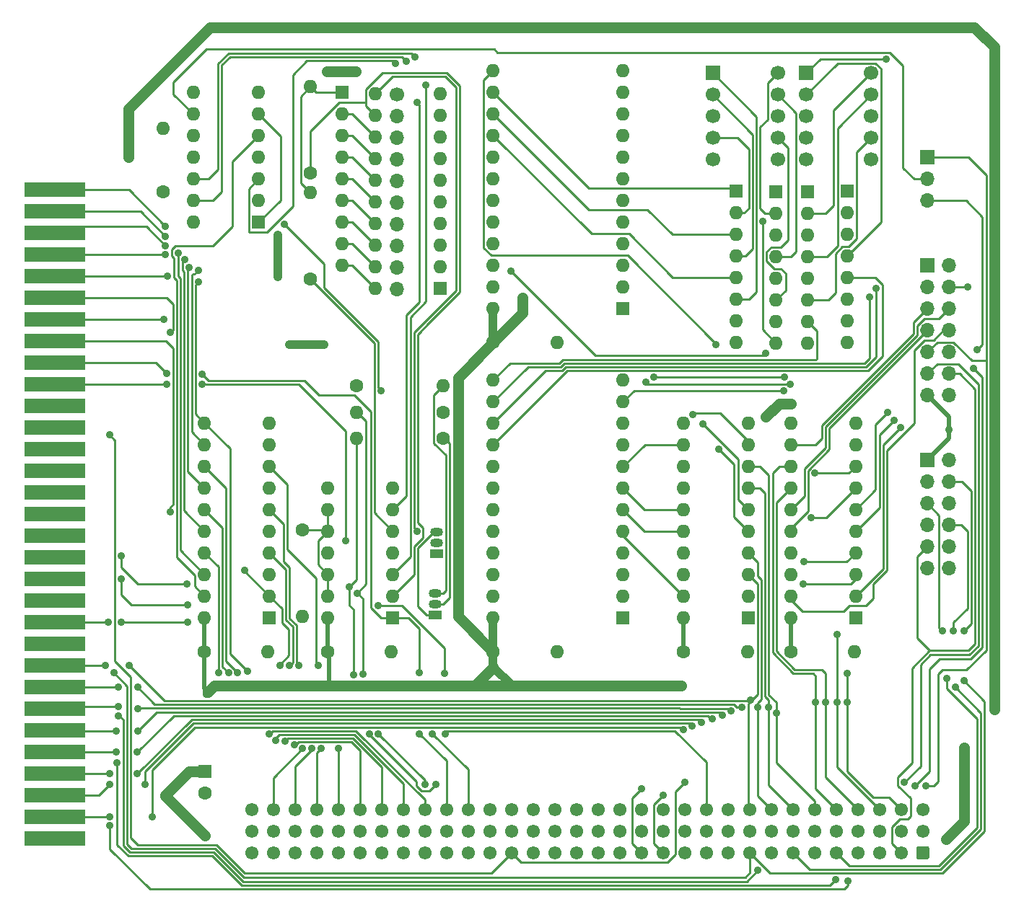
<source format=gbr>
%TF.GenerationSoftware,KiCad,Pcbnew,(5.1.12)-1*%
%TF.CreationDate,2022-05-27T21:16:08+02:00*%
%TF.ProjectId,ec1834-post,65633138-3334-42d7-906f-73742e6b6963,2b*%
%TF.SameCoordinates,Original*%
%TF.FileFunction,Copper,L1,Top*%
%TF.FilePolarity,Positive*%
%FSLAX46Y46*%
G04 Gerber Fmt 4.6, Leading zero omitted, Abs format (unit mm)*
G04 Created by KiCad (PCBNEW (5.1.12)-1) date 2022-05-27 21:16:08*
%MOMM*%
%LPD*%
G01*
G04 APERTURE LIST*
%TA.AperFunction,ComponentPad*%
%ADD10O,1.700000X1.700000*%
%TD*%
%TA.AperFunction,ComponentPad*%
%ADD11C,1.700000*%
%TD*%
%TA.AperFunction,ComponentPad*%
%ADD12O,1.600000X1.600000*%
%TD*%
%TA.AperFunction,ComponentPad*%
%ADD13R,1.600000X1.600000*%
%TD*%
%TA.AperFunction,ComponentPad*%
%ADD14C,1.600000*%
%TD*%
%TA.AperFunction,ComponentPad*%
%ADD15R,1.500000X1.050000*%
%TD*%
%TA.AperFunction,ComponentPad*%
%ADD16O,1.500000X1.050000*%
%TD*%
%TA.AperFunction,ComponentPad*%
%ADD17C,1.550000*%
%TD*%
%TA.AperFunction,ComponentPad*%
%ADD18R,1.700000X1.700000*%
%TD*%
%TA.AperFunction,ConnectorPad*%
%ADD19R,7.112000X1.778000*%
%TD*%
%TA.AperFunction,ViaPad*%
%ADD20C,0.889000*%
%TD*%
%TA.AperFunction,Conductor*%
%ADD21C,1.270000*%
%TD*%
%TA.AperFunction,Conductor*%
%ADD22C,0.500000*%
%TD*%
%TA.AperFunction,Conductor*%
%ADD23C,1.000000*%
%TD*%
%TA.AperFunction,Conductor*%
%ADD24C,0.250000*%
%TD*%
G04 APERTURE END LIST*
D10*
%TO.P,JMPR,10*%
%TO.N,GND*%
X94742000Y-81484000D03*
%TO.P,JMPR,9*%
X94742000Y-78944000D03*
%TO.P,JMPR,8*%
X94742000Y-76404000D03*
%TO.P,JMPR,7*%
X94742000Y-73864000D03*
%TO.P,JMPR,6*%
X94742000Y-71324000D03*
%TO.P,JMPR,5*%
X94742000Y-68784000D03*
%TO.P,JMPR,4*%
X94742000Y-66244000D03*
%TO.P,JMPR,3*%
X94742000Y-63704000D03*
%TO.P,JMPR,2*%
X94742000Y-61164000D03*
D11*
%TO.P,JMPR,1*%
X94742000Y-58624000D03*
%TD*%
D12*
%TO.P,U4,20*%
%TO.N,+5V*%
X128333500Y-120078500D03*
%TO.P,U4,10*%
%TO.N,GND*%
X135953500Y-97218500D03*
%TO.P,U4,19*%
%TO.N,/DB7*%
X128333500Y-117538500D03*
%TO.P,U4,9*%
%TO.N,/DB3*%
X135953500Y-99758500D03*
%TO.P,U4,18*%
%TO.N,D7*%
X128333500Y-114998500D03*
%TO.P,U4,8*%
%TO.N,D3*%
X135953500Y-102298500D03*
%TO.P,U4,17*%
%TO.N,D6*%
X128333500Y-112458500D03*
%TO.P,U4,7*%
%TO.N,D2*%
X135953500Y-104838500D03*
%TO.P,U4,16*%
%TO.N,/DB6*%
X128333500Y-109918500D03*
%TO.P,U4,6*%
%TO.N,/DB2*%
X135953500Y-107378500D03*
%TO.P,U4,15*%
%TO.N,/DB5*%
X128333500Y-107378500D03*
%TO.P,U4,5*%
%TO.N,/DB1*%
X135953500Y-109918500D03*
%TO.P,U4,14*%
%TO.N,D5*%
X128333500Y-104838500D03*
%TO.P,U4,4*%
%TO.N,D1*%
X135953500Y-112458500D03*
%TO.P,U4,13*%
%TO.N,D4*%
X128333500Y-102298500D03*
%TO.P,U4,3*%
%TO.N,D0*%
X135953500Y-114998500D03*
%TO.P,U4,12*%
%TO.N,/DB4*%
X128333500Y-99758500D03*
%TO.P,U4,2*%
%TO.N,/DB0*%
X135953500Y-117538500D03*
%TO.P,U4,11*%
%TO.N,Net-(U3-Pad8)*%
X128333500Y-97218500D03*
D13*
%TO.P,U4,1*%
%TO.N,GND*%
X135953500Y-120078500D03*
%TD*%
D12*
%TO.P,RN5,8*%
%TO.N,Net-(RN5-Pad8)*%
X147574000Y-87782400D03*
%TO.P,RN5,7*%
%TO.N,Net-(RN5-Pad7)*%
X147574000Y-85242400D03*
%TO.P,RN5,6*%
%TO.N,Net-(RN5-Pad6)*%
X147574000Y-82702400D03*
%TO.P,RN5,5*%
%TO.N,Net-(RN5-Pad5)*%
X147574000Y-80162400D03*
%TO.P,RN5,4*%
%TO.N,Net-(RN5-Pad4)*%
X147574000Y-77622400D03*
%TO.P,RN5,3*%
%TO.N,Net-(RN5-Pad3)*%
X147574000Y-75082400D03*
%TO.P,RN5,2*%
%TO.N,Net-(RN5-Pad2)*%
X147574000Y-72542400D03*
D13*
%TO.P,RN5,1*%
%TO.N,Net-(RN5-Pad1)*%
X147574000Y-70002400D03*
%TD*%
D12*
%TO.P,RN4,8*%
%TO.N,Net-(RN4-Pad8)*%
X142900400Y-87833200D03*
%TO.P,RN4,7*%
%TO.N,Net-(RN4-Pad7)*%
X142900400Y-85293200D03*
%TO.P,RN4,6*%
%TO.N,Net-(RN4-Pad6)*%
X142900400Y-82753200D03*
%TO.P,RN4,5*%
%TO.N,Net-(RN4-Pad5)*%
X142900400Y-80213200D03*
%TO.P,RN4,4*%
%TO.N,Net-(RN4-Pad4)*%
X142900400Y-77673200D03*
%TO.P,RN4,3*%
%TO.N,Net-(RN4-Pad3)*%
X142900400Y-75133200D03*
%TO.P,RN4,2*%
%TO.N,Net-(RN4-Pad2)*%
X142900400Y-72593200D03*
D13*
%TO.P,RN4,1*%
%TO.N,Net-(RN4-Pad1)*%
X142900400Y-70053200D03*
%TD*%
D12*
%TO.P,RN3,8*%
%TO.N,Net-(RN3-Pad8)*%
X134518400Y-87782400D03*
%TO.P,RN3,7*%
%TO.N,Net-(RN3-Pad7)*%
X134518400Y-85242400D03*
%TO.P,RN3,6*%
%TO.N,Net-(RN3-Pad6)*%
X134518400Y-82702400D03*
%TO.P,RN3,5*%
%TO.N,Net-(RN3-Pad5)*%
X134518400Y-80162400D03*
%TO.P,RN3,4*%
%TO.N,Net-(RN3-Pad4)*%
X134518400Y-77622400D03*
%TO.P,RN3,3*%
%TO.N,Net-(RN3-Pad3)*%
X134518400Y-75082400D03*
%TO.P,RN3,2*%
%TO.N,Net-(RN3-Pad2)*%
X134518400Y-72542400D03*
D13*
%TO.P,RN3,1*%
%TO.N,Net-(RN3-Pad1)*%
X134518400Y-70002400D03*
%TD*%
D12*
%TO.P,RN2,8*%
%TO.N,Net-(RN2-Pad8)*%
X139242800Y-87833200D03*
%TO.P,RN2,7*%
%TO.N,Net-(RN2-Pad7)*%
X139242800Y-85293200D03*
%TO.P,RN2,6*%
%TO.N,Net-(RN2-Pad6)*%
X139242800Y-82753200D03*
%TO.P,RN2,5*%
%TO.N,Net-(RN2-Pad5)*%
X139242800Y-80213200D03*
%TO.P,RN2,4*%
%TO.N,Net-(RN2-Pad4)*%
X139242800Y-77673200D03*
%TO.P,RN2,3*%
%TO.N,Net-(RN2-Pad3)*%
X139242800Y-75133200D03*
%TO.P,RN2,2*%
%TO.N,Net-(RN2-Pad2)*%
X139242800Y-72593200D03*
D13*
%TO.P,RN2,1*%
%TO.N,Net-(RN2-Pad1)*%
X139242800Y-70053200D03*
%TD*%
D12*
%TO.P,RN1,9*%
%TO.N,Net-(RN1-Pad9)*%
X88295480Y-78724760D03*
%TO.P,RN1,8*%
%TO.N,Net-(RN1-Pad8)*%
X88295480Y-76184760D03*
%TO.P,RN1,7*%
%TO.N,Net-(RN1-Pad7)*%
X88295480Y-73644760D03*
%TO.P,RN1,6*%
%TO.N,Net-(RN1-Pad6)*%
X88295480Y-71104760D03*
%TO.P,RN1,5*%
%TO.N,Net-(RN1-Pad5)*%
X88295480Y-68564760D03*
%TO.P,RN1,4*%
%TO.N,Net-(RN1-Pad4)*%
X88295480Y-66024760D03*
%TO.P,RN1,3*%
%TO.N,Net-(RN1-Pad3)*%
X88295480Y-63484760D03*
%TO.P,RN1,2*%
%TO.N,Net-(RN1-Pad2)*%
X88295480Y-60944760D03*
D13*
%TO.P,RN1,1*%
%TO.N,+5V*%
X88295480Y-58404760D03*
%TD*%
D12*
%TO.P,R6,2*%
%TO.N,Net-(Q2-Pad3)*%
X100177600Y-92862400D03*
D14*
%TO.P,R6,1*%
%TO.N,GND*%
X90017600Y-92862400D03*
%TD*%
D12*
%TO.P,R5,2*%
%TO.N,IOR*%
X90017600Y-99060000D03*
D14*
%TO.P,R5,1*%
%TO.N,Net-(Q2-Pad2)*%
X100177600Y-99060000D03*
%TD*%
D12*
%TO.P,R4,2*%
%TO.N,IOW*%
X90017600Y-95961200D03*
D14*
%TO.P,R4,1*%
%TO.N,Net-(Q1-Pad2)*%
X100177600Y-95961200D03*
%TD*%
D12*
%TO.P,R3,2*%
%TO.N,+5V*%
X84607400Y-70144640D03*
D14*
%TO.P,R3,1*%
%TO.N,/SW_A9*%
X84607400Y-80304640D03*
%TD*%
D12*
%TO.P,R2,2*%
%TO.N,+5V*%
X84607400Y-57744360D03*
D14*
%TO.P,R2,1*%
%TO.N,/SW_A8*%
X84607400Y-67904360D03*
%TD*%
D12*
%TO.P,R1,2*%
%TO.N,+5V*%
X83682840Y-119969280D03*
D14*
%TO.P,R1,1*%
%TO.N,Net-(R1-Pad1)*%
X83682840Y-109809280D03*
%TD*%
D15*
%TO.P,Q2,1*%
%TO.N,Net-(Q1-Pad3)*%
X99212400Y-119735600D03*
D16*
%TO.P,Q2,3*%
%TO.N,Net-(Q2-Pad3)*%
X99212400Y-117195600D03*
%TO.P,Q2,2*%
%TO.N,Net-(Q2-Pad2)*%
X99212400Y-118465600D03*
%TD*%
D15*
%TO.P,Q1,1*%
%TO.N,+5V*%
X99415600Y-112572800D03*
D16*
%TO.P,Q1,3*%
%TO.N,Net-(Q1-Pad3)*%
X99415600Y-110032800D03*
%TO.P,Q1,2*%
%TO.N,Net-(Q1-Pad2)*%
X99415600Y-111302800D03*
%TD*%
D17*
%TO.P,J0,c32*%
%TO.N,Net-(J0-Padc32)*%
X77724000Y-142621000D03*
%TO.P,J0,c31*%
%TO.N,A0*%
X80264000Y-142621000D03*
%TO.P,J0,c30*%
%TO.N,A1*%
X82804000Y-142621000D03*
%TO.P,J0,c29*%
%TO.N,A2*%
X85344000Y-142621000D03*
%TO.P,J0,c28*%
%TO.N,A3*%
X87884000Y-142621000D03*
%TO.P,J0,c27*%
%TO.N,A4*%
X90424000Y-142621000D03*
%TO.P,J0,c26*%
%TO.N,A5*%
X92964000Y-142621000D03*
%TO.P,J0,c25*%
%TO.N,A6*%
X95504000Y-142621000D03*
%TO.P,J0,c24*%
%TO.N,A7*%
X98044000Y-142621000D03*
%TO.P,J0,c23*%
%TO.N,A8*%
X100584000Y-142621000D03*
%TO.P,J0,c22*%
%TO.N,A9*%
X103124000Y-142621000D03*
%TO.P,J0,c21*%
%TO.N,Net-(J0-Padc21)*%
X105664000Y-142621000D03*
%TO.P,J0,c20*%
%TO.N,Net-(J0-Padc20)*%
X108204000Y-142621000D03*
%TO.P,J0,c19*%
%TO.N,Net-(J0-Padc19)*%
X110744000Y-142621000D03*
%TO.P,J0,c18*%
%TO.N,Net-(J0-Padc18)*%
X113284000Y-142621000D03*
%TO.P,J0,c17*%
%TO.N,Net-(J0-Padc17)*%
X115824000Y-142621000D03*
%TO.P,J0,c16*%
%TO.N,Net-(J0-Padc16)*%
X118364000Y-142621000D03*
%TO.P,J0,c15*%
%TO.N,Net-(J0-Padc15)*%
X120904000Y-142621000D03*
%TO.P,J0,c14*%
%TO.N,Net-(J0-Padc14)*%
X123444000Y-142621000D03*
%TO.P,J0,c13*%
%TO.N,Net-(J0-Padc13)*%
X125984000Y-142621000D03*
%TO.P,J0,c12*%
%TO.N,Net-(J0-Padc12)*%
X128524000Y-142621000D03*
%TO.P,J0,c11*%
%TO.N,AEN*%
X131064000Y-142621000D03*
%TO.P,J0,c10*%
%TO.N,Net-(J0-Padc10)*%
X133604000Y-142621000D03*
%TO.P,J0,c9*%
%TO.N,D0*%
X136144000Y-142621000D03*
%TO.P,J0,c8*%
%TO.N,D1*%
X138684000Y-142621000D03*
%TO.P,J0,c7*%
%TO.N,D2*%
X141224000Y-142621000D03*
%TO.P,J0,c6*%
%TO.N,D3*%
X143764000Y-142621000D03*
%TO.P,J0,c5*%
%TO.N,D4*%
X146304000Y-142621000D03*
%TO.P,J0,c4*%
%TO.N,D5*%
X148844000Y-142621000D03*
%TO.P,J0,c3*%
%TO.N,D6*%
X151384000Y-142621000D03*
%TO.P,J0,c2*%
%TO.N,D7*%
X153924000Y-142621000D03*
%TO.P,J0,c1*%
%TO.N,Net-(J0-Padc1)*%
X156464000Y-142621000D03*
%TO.P,J0,b32*%
%TO.N,N/C*%
X77724000Y-145161000D03*
%TO.P,J0,b31*%
X80264000Y-145161000D03*
%TO.P,J0,b30*%
X82804000Y-145161000D03*
%TO.P,J0,b29*%
X85344000Y-145161000D03*
%TO.P,J0,b28*%
X87884000Y-145161000D03*
%TO.P,J0,b27*%
X90424000Y-145161000D03*
%TO.P,J0,b26*%
X92964000Y-145161000D03*
%TO.P,J0,b25*%
X95504000Y-145161000D03*
%TO.P,J0,b24*%
X98044000Y-145161000D03*
%TO.P,J0,b23*%
X100584000Y-145161000D03*
%TO.P,J0,b22*%
X103124000Y-145161000D03*
%TO.P,J0,b21*%
X105664000Y-145161000D03*
%TO.P,J0,b20*%
X108204000Y-145161000D03*
%TO.P,J0,b19*%
X110744000Y-145161000D03*
%TO.P,J0,b18*%
X113284000Y-145161000D03*
%TO.P,J0,b17*%
X115824000Y-145161000D03*
%TO.P,J0,b16*%
X118364000Y-145161000D03*
%TO.P,J0,b15*%
X120904000Y-145161000D03*
%TO.P,J0,b14*%
X123444000Y-145161000D03*
%TO.P,J0,b13*%
X125984000Y-145161000D03*
%TO.P,J0,b12*%
X128524000Y-145161000D03*
%TO.P,J0,b11*%
X131064000Y-145161000D03*
%TO.P,J0,b10*%
X133604000Y-145161000D03*
%TO.P,J0,b9*%
X136144000Y-145161000D03*
%TO.P,J0,b8*%
X138684000Y-145161000D03*
%TO.P,J0,b7*%
X141224000Y-145161000D03*
%TO.P,J0,b6*%
X143764000Y-145161000D03*
%TO.P,J0,b5*%
X146304000Y-145161000D03*
%TO.P,J0,b4*%
X148844000Y-145161000D03*
%TO.P,J0,b3*%
X151384000Y-145161000D03*
%TO.P,J0,b2*%
X153924000Y-145161000D03*
%TO.P,J0,b1*%
X156464000Y-145161000D03*
%TO.P,J0,a32*%
%TO.N,GND*%
X77724000Y-147701000D03*
%TO.P,J0,a31*%
X80264000Y-147701000D03*
%TO.P,J0,a30*%
%TO.N,Net-(J0-Pada30)*%
X82804000Y-147701000D03*
%TO.P,J0,a29*%
%TO.N,+5V*%
X85344000Y-147701000D03*
%TO.P,J0,a28*%
%TO.N,Net-(J0-Pada28)*%
X87884000Y-147701000D03*
%TO.P,J0,a27*%
%TO.N,Net-(J0-Pada27)*%
X90424000Y-147701000D03*
%TO.P,J0,a26*%
%TO.N,Net-(J0-Pada26)*%
X92964000Y-147701000D03*
%TO.P,J0,a25*%
%TO.N,Net-(J0-Pada25)*%
X95504000Y-147701000D03*
%TO.P,J0,a24*%
%TO.N,Net-(J0-Pada24)*%
X98044000Y-147701000D03*
%TO.P,J0,a23*%
%TO.N,Net-(J0-Pada23)*%
X100584000Y-147701000D03*
%TO.P,J0,a22*%
%TO.N,Net-(J0-Pada22)*%
X103124000Y-147701000D03*
%TO.P,J0,a21*%
%TO.N,Net-(J0-Pada21)*%
X105664000Y-147701000D03*
%TO.P,J0,a20*%
%TO.N,CLK*%
X108204000Y-147701000D03*
%TO.P,J0,a19*%
%TO.N,Net-(J0-Pada19)*%
X110744000Y-147701000D03*
%TO.P,J0,a18*%
%TO.N,Net-(J0-Pada18)*%
X113284000Y-147701000D03*
%TO.P,J0,a17*%
%TO.N,Net-(J0-Pada17)*%
X115824000Y-147701000D03*
%TO.P,J0,a16*%
%TO.N,Net-(J0-Pada16)*%
X118364000Y-147701000D03*
%TO.P,J0,a15*%
%TO.N,Net-(J0-Pada15)*%
X120904000Y-147701000D03*
%TO.P,J0,a14*%
%TO.N,IOR*%
X123444000Y-147701000D03*
%TO.P,J0,a13*%
%TO.N,IOW*%
X125984000Y-147701000D03*
%TO.P,J0,a12*%
%TO.N,Net-(J0-Pada12)*%
X128524000Y-147701000D03*
%TO.P,J0,a11*%
%TO.N,Net-(J0-Pada11)*%
X131064000Y-147701000D03*
%TO.P,J0,a10*%
%TO.N,Net-(J0-Pada10)*%
X133604000Y-147701000D03*
%TO.P,J0,a9*%
%TO.N,+12V*%
X136144000Y-147701000D03*
%TO.P,J0,a8*%
%TO.N,Net-(J0-Pada8)*%
X138684000Y-147701000D03*
%TO.P,J0,a7*%
%TO.N,-12V*%
X141224000Y-147701000D03*
%TO.P,J0,a6*%
%TO.N,Net-(J0-Pada6)*%
X143764000Y-147701000D03*
%TO.P,J0,a5*%
%TO.N,-5V*%
X146304000Y-147701000D03*
%TO.P,J0,a4*%
%TO.N,Net-(J0-Pada4)*%
X148844000Y-147701000D03*
%TO.P,J0,a3*%
%TO.N,+5V*%
X151384000Y-147701000D03*
%TO.P,J0,a2*%
%TO.N,RESET*%
X153924000Y-147701000D03*
%TO.P,J0,a1*%
%TO.N,GND*%
%TA.AperFunction,ComponentPad*%
G36*
G01*
X157239000Y-147175999D02*
X157239000Y-148226001D01*
G75*
G02*
X156989001Y-148476000I-249999J0D01*
G01*
X155938999Y-148476000D01*
G75*
G02*
X155689000Y-148226001I0J249999D01*
G01*
X155689000Y-147175999D01*
G75*
G02*
X155938999Y-146926000I249999J0D01*
G01*
X156989001Y-146926000D01*
G75*
G02*
X157239000Y-147175999I0J-249999D01*
G01*
G37*
%TD.AperFunction*%
%TD*%
D12*
%TO.P,U3,14*%
%TO.N,+5V*%
X70866000Y-73660000D03*
%TO.P,U3,7*%
%TO.N,GND*%
X78486000Y-58420000D03*
%TO.P,U3,13*%
%TO.N,/SELA9*%
X70866000Y-71120000D03*
%TO.P,U3,6*%
%TO.N,Net-(U3-Pad1)*%
X78486000Y-60960000D03*
%TO.P,U3,12*%
%TO.N,/SELA8*%
X70866000Y-68580000D03*
%TO.P,U3,5*%
%TO.N,/SEL_AD*%
X78486000Y-63500000D03*
%TO.P,U3,11*%
%TO.N,Net-(U3-Pad11)*%
X70866000Y-66040000D03*
%TO.P,U3,4*%
X78486000Y-66040000D03*
%TO.P,U3,10*%
%TO.N,Net-(U3-Pad1)*%
X70866000Y-63500000D03*
%TO.P,U3,3*%
%TO.N,Net-(U3-Pad3)*%
X78486000Y-68580000D03*
%TO.P,U3,9*%
%TO.N,IOWIOR*%
X70866000Y-60960000D03*
%TO.P,U3,2*%
%TO.N,ENLATCH*%
X78486000Y-71120000D03*
%TO.P,U3,8*%
%TO.N,Net-(U3-Pad8)*%
X70866000Y-58420000D03*
D13*
%TO.P,U3,1*%
%TO.N,Net-(U3-Pad1)*%
X78486000Y-73660000D03*
%TD*%
D12*
%TO.P,U5,24*%
%TO.N,+5V*%
X106045000Y-83756500D03*
%TO.P,U5,12*%
%TO.N,GND*%
X121285000Y-55816500D03*
%TO.P,U5,23*%
X106045000Y-81216500D03*
%TO.P,U5,11*%
%TO.N,Net-(RN2-Pad5)*%
X121285000Y-58356500D03*
%TO.P,U5,22*%
%TO.N,GND*%
X106045000Y-78676500D03*
%TO.P,U5,10*%
%TO.N,Net-(RN2-Pad3)*%
X121285000Y-60896500D03*
%TO.P,U5,21*%
%TO.N,GND*%
X106045000Y-76136500D03*
%TO.P,U5,9*%
%TO.N,Net-(RN2-Pad1)*%
X121285000Y-63436500D03*
%TO.P,U5,20*%
%TO.N,GND*%
X106045000Y-73596500D03*
%TO.P,U5,8*%
%TO.N,/DB0*%
X121285000Y-65976500D03*
%TO.P,U5,19*%
%TO.N,GND*%
X106045000Y-71056500D03*
%TO.P,U5,7*%
%TO.N,/DB1*%
X121285000Y-68516500D03*
%TO.P,U5,18*%
%TO.N,GND*%
X106045000Y-68516500D03*
%TO.P,U5,6*%
%TO.N,/DB2*%
X121285000Y-71056500D03*
%TO.P,U5,17*%
%TO.N,Net-(U5-Pad17)*%
X106045000Y-65976500D03*
%TO.P,U5,5*%
%TO.N,/DB3*%
X121285000Y-73596500D03*
%TO.P,U5,16*%
%TO.N,Net-(RN3-Pad5)*%
X106045000Y-63436500D03*
%TO.P,U5,4*%
%TO.N,GND*%
X121285000Y-76136500D03*
%TO.P,U5,15*%
%TO.N,Net-(RN3-Pad3)*%
X106045000Y-60896500D03*
%TO.P,U5,3*%
%TO.N,GND*%
X121285000Y-78676500D03*
%TO.P,U5,14*%
%TO.N,Net-(RN3-Pad1)*%
X106045000Y-58356500D03*
%TO.P,U5,2*%
%TO.N,GND*%
X121285000Y-81216500D03*
%TO.P,U5,13*%
%TO.N,Net-(RN2-Pad7)*%
X106045000Y-55816500D03*
D13*
%TO.P,U5,1*%
%TO.N,GND*%
X121285000Y-83756500D03*
%TD*%
D12*
%TO.P,C4,2*%
%TO.N,GND*%
X135897000Y-124079000D03*
D14*
%TO.P,C4,1*%
%TO.N,+5V*%
X128397000Y-124079000D03*
%TD*%
D12*
%TO.P,U9,20*%
%TO.N,+5V*%
X140975000Y-120078500D03*
%TO.P,U9,10*%
%TO.N,GND*%
X148595000Y-97218500D03*
%TO.P,U9,19*%
%TO.N,/J2D7*%
X140975000Y-117538500D03*
%TO.P,U9,9*%
%TO.N,/J2D3*%
X148595000Y-99758500D03*
%TO.P,U9,18*%
%TO.N,D7*%
X140975000Y-114998500D03*
%TO.P,U9,8*%
%TO.N,D3*%
X148595000Y-102298500D03*
%TO.P,U9,17*%
%TO.N,D6*%
X140975000Y-112458500D03*
%TO.P,U9,7*%
%TO.N,D2*%
X148595000Y-104838500D03*
%TO.P,U9,16*%
%TO.N,/J2D6*%
X140975000Y-109918500D03*
%TO.P,U9,6*%
%TO.N,/J2D2*%
X148595000Y-107378500D03*
%TO.P,U9,15*%
%TO.N,/J2D5*%
X140975000Y-107378500D03*
%TO.P,U9,5*%
%TO.N,/J2D1*%
X148595000Y-109918500D03*
%TO.P,U9,14*%
%TO.N,D5*%
X140975000Y-104838500D03*
%TO.P,U9,4*%
%TO.N,D1*%
X148595000Y-112458500D03*
%TO.P,U9,13*%
%TO.N,D4*%
X140975000Y-102298500D03*
%TO.P,U9,3*%
%TO.N,D0*%
X148595000Y-114998500D03*
%TO.P,U9,12*%
%TO.N,/J2D4*%
X140975000Y-99758500D03*
%TO.P,U9,2*%
%TO.N,/J2D0*%
X148595000Y-117538500D03*
%TO.P,U9,11*%
%TO.N,Net-(U3-Pad3)*%
X140975000Y-97218500D03*
D13*
%TO.P,U9,1*%
%TO.N,GND*%
X148595000Y-120078500D03*
%TD*%
D12*
%TO.P,C8,2*%
%TO.N,GND*%
X148470000Y-124079000D03*
D14*
%TO.P,C8,1*%
%TO.N,+5V*%
X140970000Y-124079000D03*
%TD*%
%TO.P,C7,2*%
%TO.N,GND*%
X72263000Y-140676000D03*
D13*
%TO.P,C7,1*%
%TO.N,+5V*%
X72263000Y-138176000D03*
%TD*%
D12*
%TO.P,C6,2*%
%TO.N,GND*%
X113545000Y-124079000D03*
D14*
%TO.P,C6,1*%
%TO.N,+5V*%
X106045000Y-124079000D03*
%TD*%
D12*
%TO.P,C5,2*%
%TO.N,GND*%
X113545000Y-87757000D03*
D14*
%TO.P,C5,1*%
%TO.N,+5V*%
X106045000Y-87757000D03*
%TD*%
D10*
%TO.P,J4,12*%
%TO.N,GND*%
X159512000Y-114300000D03*
%TO.P,J4,11*%
X156972000Y-114300000D03*
%TO.P,J4,10*%
%TO.N,Net-(J4-Pad10)*%
X159512000Y-111760000D03*
%TO.P,J4,9*%
%TO.N,RESET*%
X156972000Y-111760000D03*
%TO.P,J4,8*%
%TO.N,-12V*%
X159512000Y-109220000D03*
%TO.P,J4,7*%
%TO.N,Net-(J4-Pad7)*%
X156972000Y-109220000D03*
%TO.P,J4,6*%
%TO.N,Net-(J4-Pad6)*%
X159512000Y-106680000D03*
%TO.P,J4,5*%
%TO.N,-5V*%
X156972000Y-106680000D03*
%TO.P,J4,4*%
%TO.N,+12V*%
X159512000Y-104140000D03*
%TO.P,J4,3*%
%TO.N,Net-(J4-Pad3)*%
X156972000Y-104140000D03*
%TO.P,J4,2*%
%TO.N,Net-(J4-Pad2)*%
X159512000Y-101600000D03*
D18*
%TO.P,J4,1*%
%TO.N,+5V*%
X156972000Y-101600000D03*
%TD*%
D10*
%TO.P,J3,3*%
%TO.N,IOR*%
X156972000Y-71120000D03*
%TO.P,J3,2*%
%TO.N,IOWIOR*%
X156972000Y-68580000D03*
D18*
%TO.P,J3,1*%
%TO.N,IOW*%
X156972000Y-66040000D03*
%TD*%
D10*
%TO.P,J2,14*%
%TO.N,GND*%
X159512000Y-93980000D03*
%TO.P,J2,13*%
%TO.N,+5V*%
X156972000Y-93980000D03*
%TO.P,J2,12*%
%TO.N,RESET*%
X159512000Y-91440000D03*
%TO.P,J2,11*%
%TO.N,CLK*%
X156972000Y-91440000D03*
%TO.P,J2,10*%
%TO.N,IOR*%
X159512000Y-88900000D03*
%TO.P,J2,9*%
%TO.N,IOW*%
X156972000Y-88900000D03*
%TO.P,J2,8*%
%TO.N,/J2D7*%
X159512000Y-86360000D03*
%TO.P,J2,7*%
%TO.N,/J2D6*%
X156972000Y-86360000D03*
%TO.P,J2,6*%
%TO.N,/J2D5*%
X159512000Y-83820000D03*
%TO.P,J2,5*%
%TO.N,/J2D4*%
X156972000Y-83820000D03*
%TO.P,J2,4*%
%TO.N,/J2D3*%
X159512000Y-81280000D03*
%TO.P,J2,3*%
%TO.N,/J2D2*%
X156972000Y-81280000D03*
%TO.P,J2,2*%
%TO.N,/J2D1*%
X159512000Y-78740000D03*
D18*
%TO.P,J2,1*%
%TO.N,/J2D0*%
X156972000Y-78740000D03*
%TD*%
D19*
%TO.P,J1,32*%
%TO.N,Net-(J1-Pad32)*%
X54610000Y-146050000D03*
%TO.P,J1,41*%
%TO.N,Net-(J1-Pad41)*%
X54610000Y-123190000D03*
%TO.P,J1,62*%
%TO.N,A0*%
X54610000Y-69850000D03*
%TO.P,J1,61*%
%TO.N,A1*%
X54610000Y-72390000D03*
%TO.P,J1,60*%
%TO.N,A2*%
X54610000Y-74930000D03*
%TO.P,J1,59*%
%TO.N,A3*%
X54610000Y-77470000D03*
%TO.P,J1,58*%
%TO.N,A4*%
X54610000Y-80010000D03*
%TO.P,J1,57*%
%TO.N,A5*%
X54610000Y-82550000D03*
%TO.P,J1,56*%
%TO.N,A6*%
X54610000Y-85090000D03*
%TO.P,J1,55*%
%TO.N,A7*%
X54610000Y-87630000D03*
%TO.P,J1,54*%
%TO.N,A8*%
X54610000Y-90170000D03*
%TO.P,J1,53*%
%TO.N,A9*%
X54610000Y-92710000D03*
%TO.P,J1,52*%
%TO.N,Net-(J1-Pad52)*%
X54610000Y-95250000D03*
%TO.P,J1,51*%
%TO.N,Net-(J1-Pad51)*%
X54610000Y-97790000D03*
%TO.P,J1,50*%
%TO.N,Net-(J1-Pad50)*%
X54610000Y-100330000D03*
%TO.P,J1,49*%
%TO.N,Net-(J1-Pad49)*%
X54610000Y-102870000D03*
%TO.P,J1,48*%
%TO.N,Net-(J1-Pad48)*%
X54610000Y-105410000D03*
%TO.P,J1,47*%
%TO.N,Net-(J1-Pad47)*%
X54610000Y-107950000D03*
%TO.P,J1,46*%
%TO.N,Net-(J1-Pad46)*%
X54610000Y-110490000D03*
%TO.P,J1,45*%
%TO.N,Net-(J1-Pad45)*%
X54610000Y-113030000D03*
%TO.P,J1,44*%
%TO.N,Net-(J1-Pad44)*%
X54610000Y-115570000D03*
%TO.P,J1,43*%
%TO.N,Net-(J1-Pad43)*%
X54610000Y-118110000D03*
%TO.P,J1,42*%
%TO.N,AEN*%
X54610000Y-120650000D03*
%TO.P,J1,40*%
%TO.N,D0*%
X54610000Y-125730000D03*
%TO.P,J1,39*%
%TO.N,D1*%
X54610000Y-128270000D03*
%TO.P,J1,38*%
%TO.N,D2*%
X54610000Y-130810000D03*
%TO.P,J1,37*%
%TO.N,D3*%
X54610000Y-133350000D03*
%TO.P,J1,36*%
%TO.N,D4*%
X54610000Y-135890000D03*
%TO.P,J1,35*%
%TO.N,D5*%
X54610000Y-138430000D03*
%TO.P,J1,34*%
%TO.N,D6*%
X54610000Y-140970000D03*
%TO.P,J1,33*%
%TO.N,D7*%
X54610000Y-143510000D03*
%TD*%
D11*
%TO.P,U8,10*%
%TO.N,Net-(RN4-Pad2)*%
X150368000Y-56134000D03*
%TO.P,U8,9*%
%TO.N,Net-(RN4-Pad4)*%
X150368000Y-58674000D03*
%TO.P,U8,8*%
%TO.N,+5V*%
X150368000Y-61214000D03*
%TO.P,U8,7*%
%TO.N,Net-(RN4-Pad6)*%
X150368000Y-63754000D03*
%TO.P,U8,6*%
%TO.N,Net-(U8-Pad6)*%
X150368000Y-66294000D03*
%TO.P,U8,5*%
%TO.N,Net-(RN4-Pad8)*%
X142748000Y-66294000D03*
%TO.P,U8,4*%
%TO.N,Net-(RN5-Pad2)*%
X142748000Y-63754000D03*
%TO.P,U8,3*%
%TO.N,+5V*%
X142748000Y-61214000D03*
%TO.P,U8,2*%
%TO.N,Net-(RN5-Pad4)*%
X142748000Y-58674000D03*
D18*
%TO.P,U8,1*%
%TO.N,Net-(RN5-Pad6)*%
X142748000Y-56134000D03*
%TD*%
D11*
%TO.P,U7,10*%
%TO.N,Net-(RN2-Pad2)*%
X139446000Y-56134000D03*
%TO.P,U7,9*%
%TO.N,Net-(RN2-Pad4)*%
X139446000Y-58674000D03*
%TO.P,U7,8*%
%TO.N,+5V*%
X139446000Y-61214000D03*
%TO.P,U7,7*%
%TO.N,Net-(RN2-Pad6)*%
X139446000Y-63754000D03*
%TO.P,U7,6*%
%TO.N,Net-(U7-Pad6)*%
X139446000Y-66294000D03*
%TO.P,U7,5*%
%TO.N,Net-(RN2-Pad8)*%
X131826000Y-66294000D03*
%TO.P,U7,4*%
%TO.N,Net-(RN3-Pad2)*%
X131826000Y-63754000D03*
%TO.P,U7,3*%
%TO.N,+5V*%
X131826000Y-61214000D03*
%TO.P,U7,2*%
%TO.N,Net-(RN3-Pad4)*%
X131826000Y-58674000D03*
D18*
%TO.P,U7,1*%
%TO.N,Net-(RN3-Pad6)*%
X131826000Y-56134000D03*
%TD*%
D12*
%TO.P,U6,24*%
%TO.N,+5V*%
X106045000Y-120142000D03*
%TO.P,U6,12*%
%TO.N,GND*%
X121285000Y-92202000D03*
%TO.P,U6,23*%
X106045000Y-117602000D03*
%TO.P,U6,11*%
%TO.N,Net-(RN4-Pad5)*%
X121285000Y-94742000D03*
%TO.P,U6,22*%
%TO.N,GND*%
X106045000Y-115062000D03*
%TO.P,U6,10*%
%TO.N,Net-(RN4-Pad3)*%
X121285000Y-97282000D03*
%TO.P,U6,21*%
%TO.N,GND*%
X106045000Y-112522000D03*
%TO.P,U6,9*%
%TO.N,Net-(RN4-Pad1)*%
X121285000Y-99822000D03*
%TO.P,U6,20*%
%TO.N,GND*%
X106045000Y-109982000D03*
%TO.P,U6,8*%
%TO.N,/DB4*%
X121285000Y-102362000D03*
%TO.P,U6,19*%
%TO.N,GND*%
X106045000Y-107442000D03*
%TO.P,U6,7*%
%TO.N,/DB5*%
X121285000Y-104902000D03*
%TO.P,U6,18*%
%TO.N,GND*%
X106045000Y-104902000D03*
%TO.P,U6,6*%
%TO.N,/DB6*%
X121285000Y-107442000D03*
%TO.P,U6,17*%
%TO.N,Net-(U6-Pad17)*%
X106045000Y-102362000D03*
%TO.P,U6,5*%
%TO.N,/DB7*%
X121285000Y-109982000D03*
%TO.P,U6,16*%
%TO.N,Net-(RN5-Pad5)*%
X106045000Y-99822000D03*
%TO.P,U6,4*%
%TO.N,GND*%
X121285000Y-112522000D03*
%TO.P,U6,15*%
%TO.N,Net-(RN5-Pad3)*%
X106045000Y-97282000D03*
%TO.P,U6,3*%
%TO.N,GND*%
X121285000Y-115062000D03*
%TO.P,U6,14*%
%TO.N,Net-(RN5-Pad1)*%
X106045000Y-94742000D03*
%TO.P,U6,2*%
%TO.N,GND*%
X121285000Y-117602000D03*
%TO.P,U6,13*%
%TO.N,Net-(RN4-Pad7)*%
X106045000Y-92202000D03*
D13*
%TO.P,U6,1*%
%TO.N,GND*%
X121285000Y-120142000D03*
%TD*%
D12*
%TO.P,U2,14*%
%TO.N,+5V*%
X86652100Y-120078500D03*
%TO.P,U2,7*%
%TO.N,GND*%
X94272100Y-104838500D03*
%TO.P,U2,13*%
%TO.N,Net-(R1-Pad1)*%
X86652100Y-117538500D03*
%TO.P,U2,6*%
%TO.N,/SELA9*%
X94272100Y-107378500D03*
%TO.P,U2,12*%
%TO.N,Net-(R1-Pad1)*%
X86652100Y-114998500D03*
%TO.P,U2,5*%
%TO.N,/SW_A9*%
X94272100Y-109918500D03*
%TO.P,U2,11*%
%TO.N,Net-(U2-Pad11)*%
X86652100Y-112458500D03*
%TO.P,U2,4*%
%TO.N,A9*%
X94272100Y-112458500D03*
%TO.P,U2,10*%
%TO.N,Net-(R1-Pad1)*%
X86652100Y-109918500D03*
%TO.P,U2,3*%
%TO.N,/SELA8*%
X94272100Y-114998500D03*
%TO.P,U2,9*%
%TO.N,Net-(R1-Pad1)*%
X86652100Y-107378500D03*
%TO.P,U2,2*%
%TO.N,/SW_A8*%
X94272100Y-117538500D03*
%TO.P,U2,8*%
%TO.N,Net-(U2-Pad8)*%
X86652100Y-104838500D03*
D13*
%TO.P,U2,1*%
%TO.N,A8*%
X94272100Y-120078500D03*
%TD*%
D12*
%TO.P,U1,20*%
%TO.N,+5V*%
X72174100Y-120078500D03*
%TO.P,U1,10*%
%TO.N,GND*%
X79794100Y-97218500D03*
%TO.P,U1,19*%
%TO.N,/SEL_AD*%
X72174100Y-117538500D03*
%TO.P,U1,9*%
%TO.N,Net-(RN1-Pad6)*%
X79794100Y-99758500D03*
%TO.P,U1,18*%
%TO.N,Net-(RN1-Pad2)*%
X72174100Y-114998500D03*
%TO.P,U1,8*%
%TO.N,A3*%
X79794100Y-102298500D03*
%TO.P,U1,17*%
%TO.N,A7*%
X72174100Y-112458500D03*
%TO.P,U1,7*%
%TO.N,Net-(RN1-Pad7)*%
X79794100Y-104838500D03*
%TO.P,U1,16*%
%TO.N,Net-(RN1-Pad3)*%
X72174100Y-109918500D03*
%TO.P,U1,6*%
%TO.N,A2*%
X79794100Y-107378500D03*
%TO.P,U1,15*%
%TO.N,A6*%
X72174100Y-107378500D03*
%TO.P,U1,5*%
%TO.N,Net-(RN1-Pad8)*%
X79794100Y-109918500D03*
%TO.P,U1,14*%
%TO.N,Net-(RN1-Pad4)*%
X72174100Y-104838500D03*
%TO.P,U1,4*%
%TO.N,A1*%
X79794100Y-112458500D03*
%TO.P,U1,13*%
%TO.N,A5*%
X72174100Y-102298500D03*
%TO.P,U1,3*%
%TO.N,Net-(RN1-Pad9)*%
X79794100Y-114998500D03*
%TO.P,U1,12*%
%TO.N,Net-(RN1-Pad5)*%
X72174100Y-99758500D03*
%TO.P,U1,2*%
%TO.N,A0*%
X79794100Y-117538500D03*
%TO.P,U1,11*%
%TO.N,A4*%
X72174100Y-97218500D03*
D13*
%TO.P,U1,1*%
%TO.N,AEN*%
X79794100Y-120078500D03*
%TD*%
D12*
%TO.P,SW1,20*%
%TO.N,Net-(RN1-Pad9)*%
X92202000Y-81434000D03*
%TO.P,SW1,10*%
%TO.N,GND*%
X99822000Y-58574000D03*
%TO.P,SW1,19*%
%TO.N,Net-(RN1-Pad8)*%
X92202000Y-78894000D03*
%TO.P,SW1,9*%
%TO.N,GND*%
X99822000Y-61114000D03*
%TO.P,SW1,18*%
%TO.N,Net-(RN1-Pad7)*%
X92202000Y-76354000D03*
%TO.P,SW1,8*%
%TO.N,GND*%
X99822000Y-63654000D03*
%TO.P,SW1,17*%
%TO.N,Net-(RN1-Pad6)*%
X92202000Y-73814000D03*
%TO.P,SW1,7*%
%TO.N,GND*%
X99822000Y-66194000D03*
%TO.P,SW1,16*%
%TO.N,Net-(RN1-Pad5)*%
X92202000Y-71274000D03*
%TO.P,SW1,6*%
%TO.N,GND*%
X99822000Y-68734000D03*
%TO.P,SW1,15*%
%TO.N,Net-(RN1-Pad4)*%
X92202000Y-68734000D03*
%TO.P,SW1,5*%
%TO.N,GND*%
X99822000Y-71274000D03*
%TO.P,SW1,14*%
%TO.N,Net-(RN1-Pad3)*%
X92202000Y-66194000D03*
%TO.P,SW1,4*%
%TO.N,GND*%
X99822000Y-73814000D03*
%TO.P,SW1,13*%
%TO.N,Net-(RN1-Pad2)*%
X92202000Y-63654000D03*
%TO.P,SW1,3*%
%TO.N,GND*%
X99822000Y-76354000D03*
%TO.P,SW1,12*%
%TO.N,/SW_A8*%
X92202000Y-61114000D03*
%TO.P,SW1,2*%
%TO.N,GND*%
X99822000Y-78894000D03*
%TO.P,SW1,11*%
%TO.N,/SW_A9*%
X92202000Y-58574000D03*
D13*
%TO.P,SW1,1*%
%TO.N,GND*%
X99822000Y-81434000D03*
%TD*%
D12*
%TO.P,C3,2*%
%TO.N,GND*%
X67310000Y-62604000D03*
D14*
%TO.P,C3,1*%
%TO.N,+5V*%
X67310000Y-70104000D03*
%TD*%
D12*
%TO.P,C2,2*%
%TO.N,GND*%
X94122100Y-124079000D03*
D14*
%TO.P,C2,1*%
%TO.N,+5V*%
X86622100Y-124079000D03*
%TD*%
D12*
%TO.P,C1,2*%
%TO.N,GND*%
X79644100Y-124079000D03*
D14*
%TO.P,C1,1*%
%TO.N,+5V*%
X72144100Y-124079000D03*
%TD*%
D20*
%TO.N,+5V*%
X67564000Y-140970000D03*
X164846000Y-98044000D03*
X159512000Y-98044000D03*
X125664009Y-128081991D03*
X126680009Y-128081991D03*
X127696009Y-128081991D03*
X161290000Y-135382000D03*
X161290000Y-136398000D03*
X164846000Y-130873500D03*
X164846000Y-129794000D03*
X72421750Y-129063750D03*
X73152000Y-128270000D03*
X63246000Y-65976500D03*
X63246000Y-64897000D03*
X63246000Y-63881000D03*
X108966000Y-50736500D03*
X109982000Y-50736500D03*
X110998000Y-50736500D03*
X109474000Y-84201000D03*
X109474000Y-83248500D03*
X140081000Y-50736500D03*
%TO.N,A0*%
X81064100Y-125666500D03*
X83692381Y-135467018D03*
X76898500Y-114554000D03*
X67564000Y-74104500D03*
%TO.N,A1*%
X82143600Y-125666500D03*
X84771382Y-135466090D03*
X67584156Y-75290844D03*
%TO.N,A2*%
X83223100Y-125666500D03*
X85850385Y-135466090D03*
X67610212Y-76390997D03*
%TO.N,A3*%
X85509100Y-125666500D03*
X87884000Y-135466090D03*
X67610212Y-77470000D03*
%TO.N,A4*%
X77218353Y-126380970D03*
X82707587Y-135026080D03*
X71435000Y-80645000D03*
X67868462Y-80022935D03*
%TO.N,A5*%
X76072503Y-126555500D03*
X81635589Y-134586070D03*
X68151470Y-86614000D03*
%TO.N,A6*%
X74993500Y-126555500D03*
X80557322Y-134465550D03*
X67391970Y-85090000D03*
%TO.N,A7*%
X73850500Y-126555500D03*
X79742454Y-133706050D03*
X68151470Y-107632500D03*
%TO.N,A8*%
X97409000Y-126555500D03*
X97409000Y-133706050D03*
X71882000Y-91503500D03*
X67711460Y-91376500D03*
%TO.N,A9*%
X98933000Y-133706050D03*
X88745202Y-111031202D03*
X71879500Y-92710000D03*
X67711460Y-92710000D03*
%TO.N,AEN*%
X100393500Y-133706050D03*
X100330000Y-126619000D03*
X92583000Y-118681500D03*
X70231000Y-120650000D03*
X62418000Y-120650000D03*
X60899000Y-120650000D03*
%TO.N,D0*%
X136271000Y-129730500D03*
X63373000Y-125730000D03*
X60579000Y-125730000D03*
%TO.N,D1*%
X142494000Y-113538000D03*
X137096500Y-130619500D03*
X135255000Y-130619500D03*
X64325500Y-128270000D03*
X62039500Y-128270000D03*
%TO.N,D2*%
X143383000Y-108331000D03*
X138366500Y-130619500D03*
X133985000Y-131057010D03*
X64325500Y-130810000D03*
X62039500Y-130556000D03*
%TO.N,D3*%
X143764000Y-103124000D03*
X139319000Y-131254500D03*
X132905500Y-131506000D03*
X64325500Y-133413500D03*
X61849000Y-133413500D03*
%TO.N,D4*%
X143891000Y-130048000D03*
X131762500Y-131946010D03*
X64311521Y-135890000D03*
X61849000Y-135890000D03*
%TO.N,D5*%
X145034000Y-130048000D03*
X130492500Y-132386020D03*
X64311521Y-138430000D03*
X61023500Y-138430000D03*
%TO.N,D6*%
X146431000Y-130048000D03*
X129424723Y-132826030D03*
X65214500Y-139700000D03*
X61023500Y-139700500D03*
%TO.N,D7*%
X147574000Y-126619000D03*
X147574000Y-130048000D03*
X128391149Y-133266040D03*
X66040000Y-143510000D03*
X61019694Y-143449099D03*
%TO.N,IOW*%
X125984000Y-140970000D03*
X156845000Y-139827000D03*
X98044000Y-139700000D03*
X62418000Y-115506500D03*
X90737996Y-126732014D03*
X92583000Y-133731000D03*
X70167500Y-118554500D03*
%TO.N,CLK*%
X128524000Y-139446000D03*
X154305000Y-139446000D03*
X61023500Y-98615500D03*
%TO.N,IOR*%
X123444000Y-140208000D03*
X155575000Y-139827000D03*
X99314000Y-139700000D03*
X162433000Y-90805000D03*
X162814000Y-88646000D03*
X62418000Y-112839500D03*
X89662000Y-126812491D03*
X91503997Y-133731000D03*
X70104000Y-116141500D03*
%TO.N,+12V*%
X161290000Y-121666000D03*
X161290000Y-127508000D03*
X61531500Y-126555500D03*
%TO.N,-12V*%
X160020000Y-121666000D03*
X160274000Y-128270000D03*
X137130952Y-149762048D03*
X62039500Y-131635500D03*
%TO.N,-5V*%
X158750000Y-121666000D03*
X159258000Y-127254000D03*
X146240500Y-150870530D03*
X61912500Y-137160000D03*
%TO.N,RESET*%
X61087000Y-144526000D03*
%TO.N,+5V*%
X101917500Y-114317780D03*
X72247760Y-145689320D03*
X159207010Y-146100990D03*
X88265000Y-50736500D03*
%TO.N,D0*%
X142402560Y-116133880D03*
%TO.N,D6*%
X146441160Y-122087640D03*
%TO.N,GND*%
X80772000Y-80073500D03*
X80772000Y-75184000D03*
X82105500Y-88011000D03*
X86169500Y-88011000D03*
X89966800Y-55915560D03*
X89966800Y-55915560D03*
X86547960Y-55915560D03*
X138059160Y-96499680D03*
X140954760Y-94940120D03*
%TO.N,IOW*%
X90088720Y-117215920D03*
%TO.N,IOR*%
X89206212Y-116467708D03*
%TO.N,RESET*%
X147706080Y-150982680D03*
%TO.N,/DB3*%
X129501860Y-96240600D03*
%TO.N,/DB2*%
X130683000Y-97345500D03*
%TO.N,/DB1*%
X132506720Y-100274120D03*
%TO.N,/SW_A9*%
X97089000Y-109918500D03*
%TO.N,Net-(RN1-Pad4)*%
X70413869Y-78970290D03*
%TO.N,Net-(RN1-Pad3)*%
X69827473Y-78064540D03*
%TO.N,Net-(RN1-Pad2)*%
X69129213Y-77241936D03*
%TO.N,/SELA9*%
X97155000Y-59563000D03*
X95885000Y-54737000D03*
%TO.N,/SELA8*%
X98171000Y-57531000D03*
X96901000Y-54229000D03*
%TO.N,Net-(U3-Pad3)*%
X94615000Y-54984011D03*
%TO.N,Net-(RN1-Pad5)*%
X71437500Y-79311500D03*
%TO.N,Net-(U3-Pad3)*%
X108140500Y-79375000D03*
X138033760Y-89007469D03*
%TO.N,/J2D3*%
X161696400Y-81280000D03*
%TO.N,/J2D2*%
X152307192Y-96019655D03*
%TO.N,/J2D1*%
X153066692Y-96921927D03*
%TO.N,/J2D0*%
X153826192Y-97793792D03*
%TO.N,Net-(U3-Pad8)*%
X81526409Y-73860689D03*
X92893510Y-93431360D03*
%TO.N,Net-(RN2-Pad8)*%
X137697930Y-73568560D03*
%TO.N,Net-(RN2-Pad7)*%
X132161280Y-87995760D03*
%TO.N,Net-(RN4-Pad5)*%
X140158253Y-93444013D03*
%TO.N,Net-(RN4-Pad3)*%
X123946920Y-92461080D03*
X140933409Y-92684513D03*
%TO.N,Net-(RN4-Pad1)*%
X124912120Y-91846499D03*
X140253720Y-91846499D03*
%TO.N,Net-(RN5-Pad6)*%
X152196800Y-54457600D03*
%TO.N,Net-(RN5-Pad3)*%
X150980100Y-81410648D03*
%TO.N,Net-(RN5-Pad1)*%
X150220600Y-82448400D03*
%TD*%
D21*
%TO.N,+5V*%
X70358000Y-138176000D02*
X67564000Y-140970000D01*
X72263000Y-138176000D02*
X70358000Y-138176000D01*
X86802009Y-128081991D02*
X73594009Y-128081991D01*
D22*
X72263000Y-124197900D02*
X72144100Y-124079000D01*
X72144100Y-120108500D02*
X72174100Y-120078500D01*
X72144100Y-124079000D02*
X72144100Y-120108500D01*
X86802009Y-124258909D02*
X86622100Y-124079000D01*
X86802009Y-128081991D02*
X86802009Y-124258909D01*
X86622100Y-120108500D02*
X86652100Y-120078500D01*
X86622100Y-124079000D02*
X86622100Y-120108500D01*
X105983991Y-87818009D02*
X106045000Y-87757000D01*
X128081991Y-124394009D02*
X128397000Y-124079000D01*
X128397000Y-120142000D02*
X128333500Y-120078500D01*
X128397000Y-124079000D02*
X128397000Y-120142000D01*
X140975000Y-124074000D02*
X140970000Y-124079000D01*
X140975000Y-120078500D02*
X140975000Y-124074000D01*
D21*
X164846000Y-98806000D02*
X164846000Y-98044000D01*
D22*
X159512000Y-96520000D02*
X156972000Y-93980000D01*
X159512000Y-99060000D02*
X159512000Y-98044000D01*
X159512000Y-99060000D02*
X156972000Y-101600000D01*
D21*
X159207010Y-146100990D02*
X161290000Y-144018000D01*
X161290000Y-144018000D02*
X161290000Y-136398000D01*
D22*
X159512000Y-98044000D02*
X159512000Y-96520000D01*
D21*
X126172009Y-128081991D02*
X127188009Y-128081991D01*
X125664009Y-128081991D02*
X108269991Y-128081991D01*
D23*
X106045000Y-87757000D02*
X106045000Y-83756500D01*
X106045000Y-124079000D02*
X106045000Y-120142000D01*
X106045000Y-125857000D02*
X108269991Y-128081991D01*
X106045000Y-124079000D02*
X106045000Y-125857000D01*
D21*
X161290000Y-136398000D02*
X161290000Y-135382000D01*
X164846000Y-129794000D02*
X164846000Y-130873500D01*
X73340009Y-128081991D02*
X73152000Y-128270000D01*
X73152000Y-128270000D02*
X72580500Y-128841500D01*
D22*
X72144100Y-128405100D02*
X72580500Y-128841500D01*
X72144100Y-124079000D02*
X72144100Y-128405100D01*
D21*
X162496500Y-50736500D02*
X140081000Y-50736500D01*
X164846000Y-53086000D02*
X162496500Y-50736500D01*
X164846000Y-98044000D02*
X164846000Y-53086000D01*
X88265000Y-50736500D02*
X72834500Y-50736500D01*
X72834500Y-50736500D02*
X63246000Y-60325000D01*
X63246000Y-60325000D02*
X63246000Y-63881000D01*
X63246000Y-64897000D02*
X63246000Y-65976500D01*
X63246000Y-63881000D02*
X63246000Y-64897000D01*
X106045000Y-125925482D02*
X103888491Y-128081991D01*
X106045000Y-125857000D02*
X106045000Y-125925482D01*
X103888491Y-128081991D02*
X86802009Y-128081991D01*
X108269991Y-128081991D02*
X103888491Y-128081991D01*
X106045000Y-124079000D02*
X101917500Y-119951500D01*
X101917500Y-91884500D02*
X106045000Y-87757000D01*
X106045000Y-87757000D02*
X109474000Y-84328000D01*
D24*
%TO.N,A0*%
X81296071Y-119040471D02*
X79794100Y-117538500D01*
X81296071Y-120691471D02*
X81296071Y-119040471D01*
X82089080Y-121484480D02*
X81296071Y-120691471D01*
X82089080Y-121484480D02*
X82089080Y-124514520D01*
X81191100Y-125412500D02*
X81191100Y-125666500D01*
X82089080Y-124514520D02*
X81191100Y-125412500D01*
X80264000Y-138895399D02*
X83692381Y-135467018D01*
X80264000Y-142621000D02*
X80264000Y-138895399D01*
X76898500Y-114642900D02*
X76898500Y-114554000D01*
X79794100Y-117538500D02*
X76898500Y-114642900D01*
X63309500Y-69850000D02*
X54610000Y-69850000D01*
X67564000Y-74104500D02*
X63309500Y-69850000D01*
%TO.N,A1*%
X81736080Y-114400480D02*
X81736080Y-120355950D01*
X79794100Y-112458500D02*
X81736080Y-114400480D01*
X81736080Y-120355950D02*
X82529090Y-121148960D01*
X82529090Y-125344510D02*
X82207100Y-125666500D01*
X82529090Y-121148960D02*
X82529090Y-125344510D01*
X82804000Y-142621000D02*
X82804000Y-137541000D01*
X84771382Y-135573618D02*
X84771382Y-135466090D01*
X82804000Y-137541000D02*
X84771382Y-135573618D01*
X64683312Y-72390000D02*
X54610000Y-72390000D01*
X67584156Y-75290844D02*
X64683312Y-72390000D01*
%TO.N,A2*%
X85344000Y-135972475D02*
X85850385Y-135466090D01*
X85344000Y-142621000D02*
X85344000Y-135972475D01*
X55369501Y-74170499D02*
X54610000Y-74930000D01*
X65389714Y-74170499D02*
X55369501Y-74170499D01*
X67610212Y-76390997D02*
X65389714Y-74170499D01*
%TO.N,A3*%
X87884000Y-142621000D02*
X87884000Y-135466090D01*
X67610212Y-77470000D02*
X54610000Y-77470000D01*
%TO.N,A4*%
X77218353Y-126380970D02*
X75170530Y-124333147D01*
X75170530Y-100214930D02*
X72174100Y-97218500D01*
X75170530Y-124333147D02*
X75170530Y-100214930D01*
X90424000Y-137350500D02*
X90424000Y-142621000D01*
X89405786Y-134706590D02*
X90424000Y-135724804D01*
X83225410Y-134706590D02*
X89405786Y-134706590D01*
X82905920Y-135026080D02*
X83225410Y-134706590D01*
X82707587Y-135026080D02*
X82905920Y-135026080D01*
X72174100Y-97218500D02*
X71120000Y-96164400D01*
X71120000Y-88646000D02*
X71115510Y-88641510D01*
X71120000Y-96164400D02*
X71120000Y-88646000D01*
X71115510Y-80964490D02*
X71435000Y-80645000D01*
X71115510Y-88641510D02*
X71115510Y-80964490D01*
X54622935Y-80022935D02*
X54610000Y-80010000D01*
X67868462Y-80022935D02*
X54622935Y-80022935D01*
%TO.N,A5*%
X76072503Y-126555500D02*
X74730520Y-125213517D01*
X74730520Y-104854920D02*
X72174100Y-102298500D01*
X74730520Y-125213517D02*
X74730520Y-104854920D01*
X89588044Y-134266580D02*
X92964000Y-137642536D01*
X92964000Y-137642536D02*
X92964000Y-142621000D01*
X81955079Y-134266580D02*
X89588044Y-134266580D01*
X81635589Y-134586070D02*
X81955079Y-134266580D01*
X54610000Y-82550000D02*
X67708960Y-82550000D01*
X67708960Y-82550000D02*
X68470960Y-83312000D01*
X68470960Y-86294510D02*
X68151470Y-86614000D01*
X68470960Y-83312000D02*
X68470960Y-86294510D01*
%TO.N,A6*%
X74993500Y-126555500D02*
X74290510Y-125852510D01*
X74290510Y-109494910D02*
X72174100Y-107378500D01*
X74290510Y-125852510D02*
X74290510Y-109494910D01*
X95504000Y-139560268D02*
X95504000Y-142621000D01*
X89770302Y-133826570D02*
X95504000Y-139560268D01*
X80993930Y-133826570D02*
X89770302Y-133826570D01*
X80557322Y-134263178D02*
X80993930Y-133826570D01*
X80557322Y-134465550D02*
X80557322Y-134263178D01*
X67391970Y-85090000D02*
X54610000Y-85090000D01*
%TO.N,A7*%
X73850500Y-119126000D02*
X73850500Y-126555500D01*
X72174100Y-112458500D02*
X73850500Y-114134900D01*
X98044000Y-141478000D02*
X98044000Y-142621000D01*
X89952560Y-133386560D02*
X98044000Y-141478000D01*
X80163940Y-133386560D02*
X89952560Y-133386560D01*
X79844450Y-133706050D02*
X80163940Y-133386560D01*
X79742454Y-133706050D02*
X79844450Y-133706050D01*
X68151470Y-107632500D02*
X68151470Y-107108530D01*
X68151470Y-107108530D02*
X68470960Y-106789040D01*
X68470960Y-90886460D02*
X68470960Y-88409960D01*
X68470960Y-106789040D02*
X68470960Y-90886460D01*
X68470960Y-90886460D02*
X68470960Y-90378460D01*
X68470960Y-88409960D02*
X67691000Y-87630000D01*
X67691000Y-87630000D02*
X54610000Y-87630000D01*
%TO.N,A8*%
X94272100Y-120078500D02*
X96139000Y-120078500D01*
X97409000Y-121348500D02*
X97409000Y-126555500D01*
X96139000Y-120078500D02*
X97409000Y-121348500D01*
X100584000Y-136881050D02*
X100584000Y-142621000D01*
X97409000Y-133706050D02*
X100584000Y-136881050D01*
X67711460Y-91376500D02*
X66504960Y-90170000D01*
X66504960Y-90170000D02*
X54610000Y-90170000D01*
%TO.N,A9*%
X103124000Y-137897050D02*
X103124000Y-142621000D01*
X98933000Y-133706050D02*
X103124000Y-137897050D01*
X88745202Y-105281400D02*
X88709500Y-105245698D01*
X88745202Y-111031202D02*
X88745202Y-105281400D01*
X88709500Y-105245698D02*
X88709500Y-98742500D01*
X83248500Y-92710000D02*
X71879500Y-92710000D01*
X88709500Y-98171000D02*
X83248500Y-92710000D01*
X67711460Y-92710000D02*
X54610000Y-92710000D01*
%TO.N,AEN*%
X131064000Y-137062953D02*
X127387607Y-133386560D01*
X131064000Y-142621000D02*
X131064000Y-137062953D01*
X100712990Y-133386560D02*
X100393500Y-133706050D01*
X127387607Y-133386560D02*
X100712990Y-133386560D01*
X95364268Y-118681500D02*
X92583000Y-118681500D01*
X100330000Y-123647232D02*
X95364268Y-118681500D01*
X100330000Y-126619000D02*
X100330000Y-123647232D01*
X70231000Y-120650000D02*
X62418000Y-120650000D01*
X60899000Y-120650000D02*
X54610000Y-120650000D01*
%TO.N,D0*%
X136017000Y-130175000D02*
X136017000Y-142494000D01*
X137068501Y-129123499D02*
X136334500Y-129857500D01*
X136017000Y-142494000D02*
X136144000Y-142621000D01*
X137068501Y-116113501D02*
X137068501Y-129123499D01*
X135953500Y-114998500D02*
X137068501Y-116113501D01*
X136334500Y-129857500D02*
X136017000Y-130175000D01*
X136334500Y-129857500D02*
X78549500Y-129857500D01*
X78549500Y-129857500D02*
X78547509Y-129857500D01*
X78549500Y-129857500D02*
X70866000Y-129857500D01*
X67500500Y-129857500D02*
X63373000Y-125730000D01*
X60579000Y-125730000D02*
X54610000Y-125730000D01*
%TO.N,D1*%
X147515500Y-113538000D02*
X148595000Y-112458500D01*
X142494000Y-113538000D02*
X147515500Y-113538000D01*
X137508511Y-129699489D02*
X137096500Y-130111500D01*
X137096500Y-141033500D02*
X138684000Y-142621000D01*
X137508511Y-115664511D02*
X137508511Y-129699489D01*
X137068501Y-115224501D02*
X137508511Y-115664511D01*
X137096500Y-130111500D02*
X137096500Y-130619500D01*
X137068501Y-113573501D02*
X137068501Y-115224501D01*
X135953500Y-112458500D02*
X137068501Y-113573501D01*
X137096500Y-130619500D02*
X137096500Y-141033500D01*
X62039500Y-128270000D02*
X54610000Y-128270000D01*
%TO.N,D2*%
X145102500Y-108331000D02*
X148595000Y-104838500D01*
X143510000Y-108331000D02*
X145102500Y-108331000D01*
X138366500Y-129794000D02*
X138366500Y-130619500D01*
X137948521Y-129376021D02*
X138366500Y-129794000D01*
X137948521Y-105436521D02*
X137948521Y-129376021D01*
X137350500Y-104838500D02*
X137948521Y-105436521D01*
X138366500Y-139763500D02*
X141224000Y-142621000D01*
X135953500Y-104838500D02*
X137350500Y-104838500D01*
X138366500Y-130619500D02*
X138366500Y-139763500D01*
X54990503Y-130429497D02*
X54610000Y-130810000D01*
X54864000Y-130556000D02*
X54610000Y-130810000D01*
X62039500Y-130556000D02*
X54864000Y-130556000D01*
%TO.N,D3*%
X147769500Y-103124000D02*
X148595000Y-102298500D01*
X143764000Y-103124000D02*
X147769500Y-103124000D01*
X137350500Y-102298500D02*
X135953500Y-102298500D01*
X138388531Y-129136969D02*
X138388531Y-103336531D01*
X138388531Y-103336531D02*
X137350500Y-102298500D01*
X139255500Y-130003938D02*
X138388531Y-129136969D01*
X139255500Y-137109232D02*
X139255500Y-131127500D01*
X143764000Y-141617732D02*
X139255500Y-137109232D01*
X143764000Y-142621000D02*
X143764000Y-141617732D01*
X54673500Y-133413500D02*
X54610000Y-133350000D01*
X61849000Y-133413500D02*
X54673500Y-133413500D01*
%TO.N,D4*%
X143891000Y-140208000D02*
X146304000Y-142621000D01*
X143891000Y-130048000D02*
X143891000Y-140208000D01*
X131565010Y-131946010D02*
X131245520Y-131626520D01*
X131762500Y-131946010D02*
X131565010Y-131946010D01*
X77783748Y-131626520D02*
X71056500Y-131626520D01*
X68575001Y-131626520D02*
X64311521Y-135890000D01*
X61849000Y-135890000D02*
X54610000Y-135890000D01*
%TO.N,D5*%
X145034000Y-138811000D02*
X148844000Y-142621000D01*
X145034000Y-126619000D02*
X145034000Y-130048000D01*
X145034000Y-130048000D02*
X145034000Y-138811000D01*
X61023500Y-138430000D02*
X54610000Y-138430000D01*
%TO.N,D6*%
X146431000Y-137668000D02*
X151384000Y-142621000D01*
X146431000Y-130048000D02*
X146431000Y-137668000D01*
X59754000Y-140970000D02*
X54610000Y-140970000D01*
X61023500Y-139700500D02*
X59754000Y-140970000D01*
%TO.N,D7*%
X153924000Y-142621000D02*
X152527000Y-141224000D01*
X152527000Y-141224000D02*
X150609268Y-141224000D01*
X147574000Y-138188732D02*
X150609268Y-141224000D01*
X147574000Y-126619000D02*
X147574000Y-130048000D01*
X147574000Y-130048000D02*
X147574000Y-138188732D01*
X128391149Y-133266040D02*
X128071659Y-132946550D01*
X128071659Y-132946550D02*
X79057500Y-132946550D01*
X66040000Y-137985500D02*
X66040000Y-143510000D01*
X71078950Y-132946550D02*
X66040000Y-137985500D01*
X54670901Y-143449099D02*
X54610000Y-143510000D01*
X61019694Y-143449099D02*
X54670901Y-143449099D01*
%TO.N,IOW*%
X124883999Y-146600999D02*
X124883999Y-142070001D01*
X125984000Y-147701000D02*
X124883999Y-146600999D01*
X124883999Y-142070001D02*
X125984000Y-140970000D01*
X161798000Y-66040000D02*
X156972000Y-66040000D01*
X163895990Y-68137990D02*
X161798000Y-66040000D01*
X163895990Y-123886010D02*
X163895990Y-91143928D01*
X161544000Y-126238000D02*
X163895990Y-123886010D01*
X158750000Y-126238000D02*
X161544000Y-126238000D01*
X158242000Y-126746000D02*
X158750000Y-126238000D01*
X158242000Y-139319000D02*
X158242000Y-126746000D01*
X157734000Y-139827000D02*
X158242000Y-139319000D01*
X156845000Y-139827000D02*
X157734000Y-139827000D01*
X98044000Y-139192000D02*
X98044000Y-139700000D01*
X92583000Y-133731000D02*
X98044000Y-139192000D01*
X70167500Y-118554500D02*
X63563500Y-118554500D01*
X62418000Y-117409000D02*
X62418000Y-115506500D01*
X63563500Y-118554500D02*
X62418000Y-117409000D01*
%TO.N,CLK*%
X127433999Y-140536001D02*
X128524000Y-139446000D01*
X127433999Y-147864203D02*
X127433999Y-140536001D01*
X126507201Y-148791001D02*
X127433999Y-147864203D01*
X109294001Y-148791001D02*
X126507201Y-148791001D01*
X108204000Y-147701000D02*
X109294001Y-148791001D01*
X158137001Y-90274999D02*
X156972000Y-91440000D01*
X160632999Y-90274999D02*
X158137001Y-90274999D01*
X163015970Y-92657970D02*
X160632999Y-90274999D01*
X163015970Y-123381762D02*
X163015970Y-92657970D01*
X161937732Y-124460000D02*
X163015970Y-123381762D01*
X157359383Y-124460000D02*
X161937732Y-124460000D01*
X156210000Y-125609383D02*
X157359383Y-124460000D01*
X156210000Y-137541000D02*
X156210000Y-125609383D01*
X154305000Y-139446000D02*
X156210000Y-137541000D01*
X63552021Y-145923000D02*
X63552021Y-127052021D01*
X63552021Y-127052021D02*
X61658500Y-125158500D01*
X61658500Y-99250500D02*
X61023500Y-98615500D01*
X61658500Y-125158500D02*
X61658500Y-99250500D01*
%TO.N,IOR*%
X155448000Y-139700000D02*
X155575000Y-139827000D01*
X122343999Y-146600999D02*
X123444000Y-147701000D01*
X122343999Y-141308001D02*
X122343999Y-146600999D01*
X123444000Y-140208000D02*
X122343999Y-141308001D01*
X97028000Y-139808062D02*
X97028000Y-139306268D01*
X97679439Y-140459501D02*
X97028000Y-139808062D01*
X98554499Y-140459501D02*
X97679439Y-140459501D01*
X99314000Y-139700000D02*
X98554499Y-140459501D01*
X155575000Y-139827000D02*
X155720938Y-139827000D01*
X162814000Y-88646000D02*
X163455980Y-88004020D01*
X163455980Y-88004020D02*
X163455980Y-73031980D01*
X161544000Y-71120000D02*
X156972000Y-71120000D01*
X163455980Y-73031980D02*
X161544000Y-71120000D01*
X163455980Y-91827980D02*
X162433000Y-90805000D01*
X163455980Y-123564020D02*
X163455980Y-91827980D01*
X162052000Y-124968000D02*
X163455980Y-123564020D01*
X158387938Y-124968000D02*
X162052000Y-124968000D01*
X157226000Y-126129938D02*
X158387938Y-124968000D01*
X157226000Y-138176000D02*
X157226000Y-126129938D01*
X155575000Y-139827000D02*
X157226000Y-138176000D01*
X91427782Y-133706050D02*
X97028000Y-139306268D01*
X91479047Y-133706050D02*
X91503997Y-133731000D01*
X91427782Y-133706050D02*
X91479047Y-133706050D01*
X70104000Y-116141500D02*
X64389000Y-116141500D01*
X62418000Y-114170500D02*
X62418000Y-112839500D01*
X64389000Y-116141500D02*
X62418000Y-114170500D01*
%TO.N,+12V*%
X159512000Y-104140000D02*
X161036000Y-104140000D01*
X161036000Y-104140000D02*
X162135950Y-105239950D01*
X162135950Y-105239950D02*
X162135950Y-120820050D01*
X162135950Y-120820050D02*
X161290000Y-121666000D01*
X163694020Y-129912020D02*
X163694019Y-145144517D01*
X161290000Y-127508000D02*
X163694020Y-129912020D01*
X158727506Y-150111030D02*
X163694019Y-145144517D01*
X138554030Y-150111030D02*
X158727506Y-150111030D01*
X136144000Y-147701000D02*
X138554030Y-150111030D01*
X136144000Y-147701000D02*
X136144000Y-150025971D01*
X136144000Y-150025971D02*
X135611471Y-150558500D01*
X76781238Y-150558500D02*
X73424718Y-147201980D01*
X135611471Y-150558500D02*
X76781238Y-150558500D01*
X73424718Y-147201980D02*
X63610516Y-147201980D01*
X63610516Y-147201980D02*
X63112011Y-146703475D01*
X63112011Y-128136011D02*
X61531500Y-126555500D01*
X63112011Y-146703475D02*
X63112011Y-128136011D01*
%TO.N,-12V*%
X159512000Y-109220000D02*
X160933940Y-109220000D01*
X160933940Y-109220000D02*
X161695940Y-109982000D01*
X161695940Y-109982000D02*
X161695940Y-118974060D01*
X161695940Y-118974060D02*
X160020000Y-120650000D01*
X160020000Y-120650000D02*
X160020000Y-121666000D01*
X163254010Y-131250010D02*
X163254010Y-144962258D01*
X160274000Y-128270000D02*
X163254010Y-131250010D01*
X158545247Y-149671021D02*
X163254010Y-144962258D01*
X143194021Y-149671021D02*
X158545247Y-149671021D01*
X141224000Y-147701000D02*
X143194021Y-149671021D01*
X137130952Y-149762048D02*
X137356866Y-149536134D01*
X137130952Y-149762048D02*
X135792019Y-151100981D01*
X135792019Y-151100981D02*
X76701451Y-151100981D01*
X73242460Y-147641990D02*
X63428258Y-147641990D01*
X76701451Y-151100981D02*
X73242460Y-147641990D01*
X63428258Y-147641990D02*
X62672001Y-146885733D01*
X62672001Y-132077501D02*
X62103000Y-131508500D01*
X62672001Y-146885733D02*
X62672001Y-132077501D01*
%TO.N,-5V*%
X158346999Y-108054999D02*
X158346999Y-121262999D01*
X156972000Y-106680000D02*
X158346999Y-108054999D01*
X158346999Y-121262999D02*
X158750000Y-121666000D01*
X159258000Y-128378062D02*
X159258000Y-127254000D01*
X162814000Y-131934062D02*
X159258000Y-128378062D01*
X162814000Y-144780000D02*
X162814000Y-131934062D01*
X147834011Y-149231011D02*
X158362989Y-149231011D01*
X158362989Y-149231011D02*
X162814000Y-144780000D01*
X146304000Y-147701000D02*
X147834011Y-149231011D01*
X146240500Y-150870530D02*
X145570039Y-151540991D01*
X76519193Y-151540991D02*
X73060202Y-148082000D01*
X145570039Y-151540991D02*
X76519193Y-151540991D01*
X73060202Y-148082000D02*
X63246000Y-148082000D01*
X63246000Y-148082000D02*
X61912500Y-146748500D01*
X61912500Y-146748500D02*
X61912500Y-137477500D01*
%TO.N,RESET*%
X161798000Y-123952000D02*
X162575960Y-123174040D01*
X157245115Y-123952000D02*
X161798000Y-123952000D01*
X162575960Y-123174040D02*
X162575960Y-93233960D01*
X160782000Y-91440000D02*
X159512000Y-91440000D01*
X162575960Y-93233960D02*
X160782000Y-91440000D01*
X155806999Y-112925001D02*
X156972000Y-111760000D01*
X155806999Y-122513884D02*
X155806999Y-112925001D01*
X157245115Y-123952000D02*
X155806999Y-122513884D01*
X155194000Y-137160000D02*
X155194000Y-126003115D01*
X153545499Y-138808501D02*
X155194000Y-137160000D01*
X155014001Y-141279063D02*
X153545499Y-139810561D01*
X155014001Y-143435999D02*
X155014001Y-141279063D01*
X155194000Y-126003115D02*
X157245115Y-123952000D01*
X153545499Y-139810561D02*
X153545499Y-138808501D01*
%TO.N,/DB7*%
X121285000Y-110490000D02*
X121285000Y-109982000D01*
X128333500Y-117538500D02*
X121285000Y-110490000D01*
%TO.N,/DB6*%
X123761500Y-109918500D02*
X121285000Y-107442000D01*
X128333500Y-109918500D02*
X123761500Y-109918500D01*
%TO.N,/DB5*%
X123761500Y-107378500D02*
X121285000Y-104902000D01*
X128333500Y-107378500D02*
X123761500Y-107378500D01*
%TO.N,/DB4*%
X123888500Y-99758500D02*
X121285000Y-102362000D01*
X128333500Y-99758500D02*
X123888500Y-99758500D01*
%TO.N,/DB2*%
X135953500Y-107378500D02*
X134838499Y-106263499D01*
D21*
%TO.N,+5V*%
X101917500Y-114317780D02*
X101917500Y-91884500D01*
X101917500Y-119951500D02*
X101917500Y-114317780D01*
X67564000Y-141005560D02*
X72247760Y-145689320D01*
X67564000Y-140970000D02*
X67564000Y-141005560D01*
X109474000Y-84328000D02*
X109474000Y-82486500D01*
X140081000Y-50736500D02*
X88265000Y-50736500D01*
X127188009Y-128081991D02*
X128081991Y-128081991D01*
X125918009Y-128081991D02*
X125664009Y-128081991D01*
X164846000Y-129794000D02*
X164846000Y-98806000D01*
X73594009Y-128081991D02*
X73340009Y-128081991D01*
D24*
X85267800Y-58404760D02*
X84607400Y-57744360D01*
X88295480Y-58404760D02*
X85267800Y-58404760D01*
X83492399Y-69029639D02*
X84607400Y-70144640D01*
X83492399Y-58859361D02*
X83492399Y-69029639D01*
X84607400Y-57744360D02*
X83492399Y-58859361D01*
%TO.N,A2*%
X82969100Y-125412500D02*
X83223100Y-125666500D01*
X82969100Y-120966702D02*
X82969100Y-125412500D01*
X82176089Y-120173691D02*
X82969100Y-120966702D01*
X82176090Y-114218222D02*
X82176089Y-120173691D01*
X81483200Y-113525332D02*
X82176090Y-114218222D01*
X81483200Y-109067600D02*
X81483200Y-113525332D01*
X79794100Y-107378500D02*
X81483200Y-109067600D01*
%TO.N,A3*%
X81923210Y-104427610D02*
X79794100Y-102298500D01*
X81923210Y-112098410D02*
X81923210Y-104427610D01*
X85255100Y-125412500D02*
X85255100Y-115430300D01*
X85255100Y-115430300D02*
X81923210Y-112098410D01*
X85509100Y-125666500D02*
X85255100Y-125412500D01*
%TO.N,A4*%
X90424000Y-135724804D02*
X90424000Y-137350500D01*
%TO.N,A7*%
X73850500Y-114134900D02*
X73850500Y-119126000D01*
%TO.N,A8*%
X92855938Y-120078500D02*
X94272100Y-120078500D01*
X91694000Y-95885798D02*
X91694000Y-118916562D01*
X91694000Y-118916562D02*
X92855938Y-120078500D01*
X89785603Y-93977401D02*
X91694000Y-95885798D01*
X85589997Y-93977401D02*
X89785603Y-93977401D01*
X83882586Y-92269990D02*
X85589997Y-93977401D01*
X72648490Y-92269990D02*
X83882586Y-92269990D01*
X71882000Y-91503500D02*
X72648490Y-92269990D01*
%TO.N,A9*%
X88709500Y-98742500D02*
X88709500Y-98171000D01*
%TO.N,D0*%
X142402560Y-116133880D02*
X148000720Y-116133880D01*
X148595000Y-115539600D02*
X148595000Y-114998500D01*
X148000720Y-116133880D02*
X148595000Y-115539600D01*
X70866000Y-129857500D02*
X67500500Y-129857500D01*
%TO.N,D1*%
X134304393Y-130297510D02*
X134626383Y-130619500D01*
X134626383Y-130619500D02*
X135255000Y-130619500D01*
X66353010Y-130297510D02*
X134304393Y-130297510D01*
X64325500Y-128270000D02*
X66353010Y-130297510D01*
%TO.N,D2*%
X133674490Y-130746500D02*
X133985000Y-131057010D01*
X127952500Y-130746500D02*
X133674490Y-130746500D01*
X127943520Y-130737520D02*
X127952500Y-130746500D01*
X64397980Y-130737520D02*
X127943520Y-130737520D01*
X64325500Y-130810000D02*
X64397980Y-130737520D01*
%TO.N,D3*%
X139255500Y-131127500D02*
X139255500Y-130003938D01*
X66552490Y-131186510D02*
X132586010Y-131186510D01*
X132586010Y-131186510D02*
X132905500Y-131506000D01*
X64325500Y-133413500D02*
X66552490Y-131186510D01*
%TO.N,D4*%
X138828542Y-124210012D02*
X141237530Y-126619000D01*
X138828541Y-103131859D02*
X138828542Y-124210012D01*
X139661900Y-102298500D02*
X138828541Y-103131859D01*
X140975000Y-102298500D02*
X139661900Y-102298500D01*
X141237530Y-126619000D02*
X143576040Y-126619000D01*
X143891000Y-126933960D02*
X143891000Y-130048000D01*
X143576040Y-126619000D02*
X143891000Y-126933960D01*
X71056500Y-131626520D02*
X68575001Y-131626520D01*
X131245520Y-131626520D02*
X77796480Y-131626520D01*
%TO.N,D5*%
X145034000Y-126619000D02*
X144593990Y-126178990D01*
X141419788Y-126178990D02*
X139268551Y-124027753D01*
X144593990Y-126178990D02*
X141419788Y-126178990D01*
X139268551Y-106544949D02*
X140975000Y-104838500D01*
X139268551Y-124027753D02*
X139268551Y-106544949D01*
X130173010Y-132066530D02*
X130492500Y-132386020D01*
X70674991Y-132066530D02*
X130173010Y-132066530D01*
X64311521Y-138430000D02*
X70674991Y-132066530D01*
%TO.N,D6*%
X146431000Y-122097800D02*
X146441160Y-122087640D01*
X146431000Y-130048000D02*
X146431000Y-122097800D01*
X129105233Y-132506540D02*
X129424723Y-132826030D01*
X71120000Y-132506540D02*
X129105233Y-132506540D01*
X70896691Y-132506541D02*
X71120000Y-132506540D01*
X65214500Y-138188732D02*
X70896691Y-132506541D01*
X65214500Y-139700000D02*
X65214500Y-138188732D01*
%TO.N,D7*%
X79057500Y-132946550D02*
X71078950Y-132946550D01*
D23*
%TO.N,GND*%
X80772000Y-80073500D02*
X80772000Y-75184000D01*
X86169500Y-88011000D02*
X82105500Y-88011000D01*
D21*
X89966800Y-55915560D02*
X86547960Y-55915560D01*
X139618720Y-94940120D02*
X138059160Y-96499680D01*
X140954760Y-94940120D02*
X139618720Y-94940120D01*
D24*
%TO.N,IOW*%
X91132601Y-116172039D02*
X90088720Y-117215920D01*
X91132601Y-96974601D02*
X91132601Y-116172039D01*
X90017600Y-95859600D02*
X91132601Y-96974601D01*
X90737996Y-117865196D02*
X90088720Y-117215920D01*
X90737996Y-126732014D02*
X90737996Y-117865196D01*
X163794340Y-89885520D02*
X163895990Y-89987170D01*
X160071201Y-87734999D02*
X162221722Y-89885520D01*
X158137001Y-87734999D02*
X160071201Y-87734999D01*
X162221722Y-89885520D02*
X163794340Y-89885520D01*
X156972000Y-88900000D02*
X158137001Y-87734999D01*
X163895990Y-89987170D02*
X163895990Y-68137990D01*
X163895990Y-91143928D02*
X163895990Y-89987170D01*
%TO.N,CLK*%
X64390991Y-146761970D02*
X63552021Y-145923000D01*
X73606976Y-146761970D02*
X64390991Y-146761970D01*
X76895506Y-150050500D02*
X73606976Y-146761970D01*
X105854500Y-150050500D02*
X76895506Y-150050500D01*
X108204000Y-147701000D02*
X105854500Y-150050500D01*
%TO.N,IOR*%
X89641090Y-126791581D02*
X89662000Y-126812491D01*
X89641090Y-119130490D02*
X89641090Y-126791581D01*
X89206212Y-118695612D02*
X89641090Y-119130490D01*
X89206212Y-116467708D02*
X89206212Y-118695612D01*
X90017600Y-115656320D02*
X90017600Y-98856800D01*
X89206212Y-116467708D02*
X90017600Y-115656320D01*
%TO.N,-5V*%
X61912500Y-137477500D02*
X61912500Y-137160000D01*
%TO.N,RESET*%
X147251319Y-151981001D02*
X147706080Y-151526240D01*
X65811501Y-151981001D02*
X147251319Y-151981001D01*
X61087000Y-147256500D02*
X65811501Y-151981001D01*
X147706080Y-151526240D02*
X147706080Y-150982680D01*
X61087000Y-144526000D02*
X61087000Y-147256500D01*
X154738999Y-143711001D02*
X155014001Y-143435999D01*
X153760797Y-143711001D02*
X154738999Y-143711001D01*
X152833999Y-144637799D02*
X153760797Y-143711001D01*
X152833999Y-146610999D02*
X152833999Y-144637799D01*
X153924000Y-147701000D02*
X152833999Y-146610999D01*
%TO.N,/DB3*%
X135953500Y-99396438D02*
X132665582Y-96108520D01*
X135953500Y-99758500D02*
X135953500Y-99396438D01*
X129633940Y-96108520D02*
X129501860Y-96240600D01*
X132665582Y-96108520D02*
X129633940Y-96108520D01*
%TO.N,/DB2*%
X134838499Y-101500999D02*
X134838499Y-106263499D01*
X130683000Y-97345500D02*
X134838499Y-101500999D01*
%TO.N,/DB1*%
X132506720Y-100274120D02*
X134289800Y-102057200D01*
X134289800Y-108254800D02*
X135953500Y-109918500D01*
X134289800Y-102057200D02*
X134289800Y-108254800D01*
%TO.N,IOWIOR*%
X68544440Y-57175400D02*
X68544440Y-58638440D01*
X72375348Y-53344492D02*
X68544440Y-57175400D01*
X106159592Y-53344492D02*
X72375348Y-53344492D01*
X68544440Y-58638440D02*
X70866000Y-60960000D01*
X106513199Y-53698099D02*
X106159592Y-53344492D01*
X152567599Y-53698099D02*
X106513199Y-53698099D01*
X154114500Y-67246500D02*
X154114500Y-55245000D01*
X155448000Y-68580000D02*
X154114500Y-67246500D01*
X154114500Y-55245000D02*
X152567599Y-53698099D01*
X156972000Y-68580000D02*
X155448000Y-68580000D01*
%TO.N,Net-(R1-Pad1)*%
X86271100Y-109918500D02*
X86652100Y-109918500D01*
X86652100Y-109918500D02*
X86652100Y-107378500D01*
X86542880Y-109809280D02*
X86652100Y-109918500D01*
X83682840Y-109809280D02*
X86542880Y-109809280D01*
X85537099Y-111033501D02*
X86652100Y-109918500D01*
X85537099Y-113883499D02*
X85537099Y-111033501D01*
X86652100Y-114998500D02*
X85537099Y-113883499D01*
X86652100Y-117538500D02*
X86652100Y-114998500D01*
%TO.N,/SW_A9*%
X94234000Y-56515000D02*
X92202000Y-58547000D01*
X100457000Y-56515000D02*
X94234000Y-56515000D01*
X101727000Y-57785000D02*
X100457000Y-56515000D01*
X101727000Y-81669002D02*
X101727000Y-57785000D01*
X101718998Y-81669002D02*
X96769510Y-86618490D01*
X101727000Y-81669002D02*
X101718998Y-81669002D01*
X96769510Y-109599010D02*
X97089000Y-109918500D01*
X96769510Y-86618490D02*
X96769510Y-109599010D01*
%TO.N,Net-(RN1-Pad2)*%
X69350980Y-112175380D02*
X69350980Y-80272980D01*
X72174100Y-114998500D02*
X69350980Y-112175380D01*
X69067972Y-77303177D02*
X69129213Y-77241936D01*
X69067972Y-79989972D02*
X69067972Y-77303177D01*
X69350980Y-80272980D02*
X69067972Y-79989972D01*
%TO.N,/SEL_AD*%
X75438000Y-66548000D02*
X78486000Y-63500000D01*
X75438000Y-74168000D02*
X75438000Y-66548000D01*
X68793087Y-76454000D02*
X73152000Y-76454000D01*
X68369712Y-76877375D02*
X68793087Y-76454000D01*
X73152000Y-76454000D02*
X75438000Y-74168000D01*
X68627962Y-77898962D02*
X68369712Y-77640712D01*
X68627963Y-80172231D02*
X68627962Y-77898962D01*
X68910970Y-80455238D02*
X68627963Y-80172231D01*
X68369712Y-77640712D02*
X68369712Y-76877375D01*
X71059099Y-115128099D02*
X68910970Y-112979970D01*
X68910970Y-112979970D02*
X68910970Y-80455238D01*
X71059099Y-116423499D02*
X71059099Y-115128099D01*
X72174100Y-117538500D02*
X71059099Y-116423499D01*
%TO.N,/SELA9*%
X95887499Y-84592233D02*
X97409000Y-83070732D01*
X97409000Y-83070732D02*
X97409000Y-59817000D01*
X97409000Y-59817000D02*
X97155000Y-59563000D01*
X95885000Y-54737000D02*
X95372511Y-54224511D01*
X95372511Y-54224511D02*
X75175757Y-54224511D01*
X75175757Y-54224511D02*
X74227010Y-55173258D01*
X95887499Y-105763101D02*
X94272100Y-107378500D01*
X95887499Y-84592233D02*
X95887499Y-105763101D01*
X74227010Y-55173258D02*
X74227010Y-70044990D01*
X73152000Y-71120000D02*
X70866000Y-71120000D01*
X74227010Y-70044990D02*
X73152000Y-71120000D01*
%TO.N,/SW_A8*%
X96769510Y-115041090D02*
X94272100Y-117538500D01*
X96769510Y-111759410D02*
X96769510Y-115041090D01*
X97848501Y-110680419D02*
X96769510Y-111759410D01*
X97848501Y-109553939D02*
X97848501Y-110680419D01*
X92202000Y-61087000D02*
X91086999Y-59971999D01*
X91086999Y-58011799D02*
X93023808Y-56074990D01*
X98425000Y-85593270D02*
X98416998Y-85593270D01*
X93023808Y-56074990D02*
X100639258Y-56074990D01*
X97453561Y-86556707D02*
X97453561Y-86569439D01*
X102167009Y-57602741D02*
X102167010Y-81851260D01*
X97209520Y-108914958D02*
X97848501Y-109553939D01*
X102167010Y-81851260D02*
X98425000Y-85593270D01*
X98416998Y-85593270D02*
X97453561Y-86556707D01*
X97453561Y-86569439D02*
X97209520Y-86813480D01*
X100639258Y-56074990D02*
X102167009Y-57602741D01*
X97209520Y-86813480D02*
X97209520Y-108914958D01*
X88004119Y-59585919D02*
X91086999Y-59585919D01*
X84607400Y-67904360D02*
X84607400Y-62982638D01*
X84607400Y-62982638D02*
X88004119Y-59585919D01*
X91086999Y-59585919D02*
X91086999Y-58011799D01*
X91086999Y-59971999D02*
X91086999Y-59585919D01*
%TO.N,/SW_A9*%
X84607400Y-80304640D02*
X92134010Y-87831250D01*
X92134010Y-107780410D02*
X94272100Y-109918500D01*
X92134010Y-87831250D02*
X92134010Y-107780410D01*
%TO.N,/SELA8*%
X96456501Y-53784501D02*
X74993499Y-53784501D01*
X96901000Y-54229000D02*
X96456501Y-53784501D01*
X74993499Y-53784501D02*
X73787000Y-54991000D01*
X96329500Y-112941100D02*
X94272100Y-114998500D01*
X98171000Y-82931000D02*
X96329500Y-84772500D01*
X96329500Y-84772500D02*
X96329500Y-112941100D01*
X98171000Y-57531000D02*
X98171000Y-82931000D01*
X73787000Y-54991000D02*
X73787000Y-67437000D01*
X72644000Y-68580000D02*
X70866000Y-68580000D01*
X73787000Y-67437000D02*
X72644000Y-68580000D01*
%TO.N,Net-(U3-Pad3)*%
X108140500Y-79375000D02*
X117429460Y-88663960D01*
X77370999Y-69695001D02*
X78486000Y-68580000D01*
X77433999Y-74775001D02*
X77370999Y-74712001D01*
X82543010Y-71769992D02*
X79538001Y-74775001D01*
X82543011Y-56331489D02*
X82543010Y-71769992D01*
X77370999Y-74712001D02*
X77370999Y-69695001D01*
X84209979Y-54664521D02*
X82543011Y-56331489D01*
X79538001Y-74775001D02*
X77433999Y-74775001D01*
X94295510Y-54664521D02*
X84209979Y-54664521D01*
X94615000Y-54984011D02*
X94295510Y-54664521D01*
%TO.N,Net-(RN5-Pad1)*%
X106045000Y-94742000D02*
X110140011Y-90646989D01*
X110140011Y-90646989D02*
X113975475Y-90646989D01*
%TO.N,Net-(RN4-Pad7)*%
X108040021Y-90206979D02*
X113793217Y-90206979D01*
X106045000Y-92202000D02*
X108040021Y-90206979D01*
%TO.N,Net-(RN1-Pad9)*%
X89492760Y-78724760D02*
X92202000Y-81434000D01*
X88295480Y-78724760D02*
X89492760Y-78724760D01*
%TO.N,Net-(RN1-Pad8)*%
X89492760Y-76184760D02*
X92202000Y-78894000D01*
X88295480Y-76184760D02*
X89492760Y-76184760D01*
%TO.N,Net-(RN1-Pad7)*%
X89492760Y-73644760D02*
X92202000Y-76354000D01*
X88295480Y-73644760D02*
X89492760Y-73644760D01*
%TO.N,Net-(RN1-Pad6)*%
X89492760Y-71104760D02*
X92202000Y-73814000D01*
X88295480Y-71104760D02*
X89492760Y-71104760D01*
%TO.N,Net-(RN1-Pad5)*%
X89492760Y-68564760D02*
X92202000Y-71274000D01*
X88295480Y-68564760D02*
X89492760Y-68564760D01*
X72174100Y-99758500D02*
X70675500Y-98259900D01*
X70675500Y-98259900D02*
X70675500Y-79883000D01*
X70675500Y-79883000D02*
X70802500Y-79756000D01*
X70802500Y-79756000D02*
X70993000Y-79756000D01*
X70993000Y-79756000D02*
X71437500Y-79311500D01*
%TO.N,Net-(RN1-Pad4)*%
X89492760Y-66024760D02*
X92202000Y-68734000D01*
X88295480Y-66024760D02*
X89492760Y-66024760D01*
X70231000Y-102895400D02*
X72174100Y-104838500D01*
X70231000Y-79153159D02*
X70231000Y-102895400D01*
X70413869Y-78970290D02*
X70231000Y-79153159D01*
%TO.N,Net-(U3-Pad3)*%
X117429460Y-88681740D02*
X118074679Y-89326959D01*
X117429460Y-88663960D02*
X117429460Y-88681740D01*
X137714270Y-89326959D02*
X138033760Y-89007469D01*
X118074679Y-89326959D02*
X137714270Y-89326959D01*
%TO.N,/J2D7*%
X157724731Y-87525001D02*
X158889732Y-86360000D01*
X140975000Y-117538500D02*
X140975000Y-117969062D01*
X140975000Y-117969062D02*
X142383439Y-119377501D01*
X142383439Y-119377501D02*
X147128997Y-119377501D01*
X147128997Y-119377501D02*
X147852997Y-118653501D01*
X149824499Y-118653501D02*
X150622000Y-117856000D01*
X147852997Y-118653501D02*
X149824499Y-118653501D01*
X150622000Y-117856000D02*
X150622000Y-116133768D01*
X158889732Y-86360000D02*
X159512000Y-86360000D01*
X150622000Y-116133768D02*
X152255040Y-114500728D01*
X156622797Y-87525001D02*
X157724731Y-87525001D01*
X155476414Y-88671384D02*
X156622797Y-87525001D01*
X155476414Y-88671384D02*
X155476414Y-97217666D01*
X155476414Y-97217666D02*
X152255040Y-100439040D01*
X152255040Y-114500728D02*
X152255040Y-100439040D01*
%TO.N,/J2D6*%
X143004499Y-102804001D02*
X145478500Y-100330000D01*
X143004499Y-107585439D02*
X143004499Y-102804001D01*
X140975000Y-109614938D02*
X143004499Y-107585439D01*
X140975000Y-109918500D02*
X140975000Y-109614938D01*
X145478500Y-97853500D02*
X156972000Y-86360000D01*
X145478500Y-100330000D02*
X145478500Y-97853500D01*
%TO.N,/J2D5*%
X142564490Y-102621742D02*
X145038490Y-100147742D01*
X142564489Y-105789011D02*
X142564490Y-102621742D01*
X140975000Y-107378500D02*
X142564489Y-105789011D01*
X145038490Y-100147742D02*
X145038491Y-97671241D01*
X158346999Y-84985001D02*
X159512000Y-83820000D01*
X155806999Y-85800799D02*
X156622797Y-84985001D01*
X156622797Y-84985001D02*
X158346999Y-84985001D01*
X155806999Y-86902733D02*
X155806999Y-85800799D01*
X145038491Y-97671241D02*
X155806999Y-86902733D01*
%TO.N,/J2D4*%
X143899980Y-99758500D02*
X144598480Y-99060000D01*
X140975000Y-99758500D02*
X143899980Y-99758500D01*
X144598480Y-99060000D02*
X144598480Y-99038320D01*
X144598480Y-99060000D02*
X144598482Y-97488982D01*
X155366989Y-85425011D02*
X156972000Y-83820000D01*
X155366989Y-86720475D02*
X155366989Y-85425011D01*
X144598482Y-97488982D02*
X155366989Y-86720475D01*
%TO.N,/J2D3*%
X161696400Y-81280000D02*
X159512000Y-81280000D01*
%TO.N,/J2D2*%
X148595000Y-107378500D02*
X150935010Y-105038490D01*
X150935010Y-97391837D02*
X152307192Y-96019655D01*
X150935010Y-105038490D02*
X150935010Y-97391837D01*
%TO.N,/J2D1*%
X148595000Y-109918500D02*
X151375020Y-107138480D01*
X151375020Y-98613599D02*
X153066692Y-96921927D01*
X151375020Y-107138480D02*
X151375020Y-98613599D01*
%TO.N,/J2D0*%
X148595000Y-117538500D02*
X151815030Y-114318470D01*
X151815030Y-99804954D02*
X153826192Y-97793792D01*
X151815030Y-114318470D02*
X151815030Y-99804954D01*
%TO.N,Net-(U3-Pad1)*%
X78486000Y-60960000D02*
X81097120Y-63571120D01*
X81097120Y-71048880D02*
X78486000Y-73660000D01*
X81097120Y-63571120D02*
X81097120Y-71048880D01*
%TO.N,Net-(Q1-Pad3)*%
X97221040Y-118744240D02*
X97221040Y-111942880D01*
X98212400Y-119735600D02*
X97221040Y-118744240D01*
X99212400Y-119735600D02*
X98212400Y-119735600D01*
X99118388Y-110032800D02*
X99415600Y-110032800D01*
X97241360Y-111909828D02*
X99118388Y-110032800D01*
X97241360Y-111922560D02*
X97241360Y-111909828D01*
X97221040Y-111942880D02*
X97241360Y-111922560D01*
%TO.N,Net-(Q2-Pad3)*%
X99062599Y-93977401D02*
X100177600Y-92862400D01*
X99062599Y-99595201D02*
X99062599Y-93977401D01*
X100480610Y-101013212D02*
X99062599Y-99595201D01*
X100480610Y-116927390D02*
X100480610Y-101013212D01*
X100212400Y-117195600D02*
X100480610Y-116927390D01*
X99212400Y-117195600D02*
X100212400Y-117195600D01*
%TO.N,Net-(Q2-Pad2)*%
X100212400Y-118465600D02*
X100967490Y-117710510D01*
X99212400Y-118465600D02*
X100212400Y-118465600D01*
X100967490Y-99646690D02*
X100177600Y-98856800D01*
X100967490Y-117710510D02*
X100967490Y-99646690D01*
%TO.N,Net-(RN1-Pad3)*%
X89492760Y-63484760D02*
X92202000Y-66194000D01*
X88295480Y-63484760D02*
X89492760Y-63484760D01*
X69654368Y-79334851D02*
X69790990Y-79471473D01*
X69790990Y-79471473D02*
X69790990Y-107535390D01*
X69654368Y-78237645D02*
X69654368Y-79334851D01*
X69790990Y-107535390D02*
X72174100Y-109918500D01*
X69827473Y-78064540D02*
X69654368Y-78237645D01*
%TO.N,Net-(RN1-Pad2)*%
X89492760Y-60944760D02*
X92202000Y-63654000D01*
X88295480Y-60944760D02*
X89492760Y-60944760D01*
%TO.N,Net-(U3-Pad8)*%
X81526409Y-73860689D02*
X86229174Y-78563454D01*
X86229174Y-81304146D02*
X92574020Y-87648992D01*
X86229174Y-78563454D02*
X86229174Y-81304146D01*
X92574020Y-93111870D02*
X92893510Y-93431360D01*
X92574020Y-87648992D02*
X92574020Y-93111870D01*
%TO.N,Net-(RN2-Pad8)*%
X137687789Y-86278189D02*
X139242800Y-87833200D01*
X137687789Y-73578701D02*
X137687789Y-86278189D01*
X137697930Y-73568560D02*
X137687789Y-73578701D01*
%TO.N,Net-(RN2-Pad7)*%
X104929999Y-56931501D02*
X106045000Y-55816500D01*
X104929999Y-76671701D02*
X104929999Y-56931501D01*
X105819797Y-77561499D02*
X104929999Y-76671701D01*
X121820201Y-77561499D02*
X105819797Y-77561499D01*
X132161280Y-87902578D02*
X121820201Y-77561499D01*
X132161280Y-87995760D02*
X132161280Y-87902578D01*
%TO.N,Net-(RN2-Pad6)*%
X140357801Y-79677999D02*
X140357801Y-81638199D01*
X139778001Y-79098199D02*
X140357801Y-79677999D01*
X139017597Y-79098199D02*
X139778001Y-79098199D01*
X138127799Y-78208401D02*
X139017597Y-79098199D01*
X140357801Y-81638199D02*
X139242800Y-82753200D01*
X138127799Y-77137999D02*
X138127799Y-78208401D01*
X138707599Y-76558199D02*
X138127799Y-77137999D01*
X139778001Y-76558199D02*
X138707599Y-76558199D01*
X140611001Y-75725199D02*
X139778001Y-76558199D01*
X140611001Y-64919001D02*
X140611001Y-75725199D01*
X139446000Y-63754000D02*
X140611001Y-64919001D01*
%TO.N,Net-(RN2-Pad4)*%
X140980160Y-77673200D02*
X139242800Y-77673200D01*
X141579600Y-77073760D02*
X140980160Y-77673200D01*
X141579600Y-69125278D02*
X141579600Y-77073760D01*
X141582999Y-69121879D02*
X141579600Y-69125278D01*
X141582999Y-60810999D02*
X141582999Y-69121879D01*
X139446000Y-58674000D02*
X141582999Y-60810999D01*
%TO.N,Net-(RN2-Pad2)*%
X138280999Y-57299001D02*
X138280999Y-61586521D01*
X139446000Y-56134000D02*
X138280999Y-57299001D01*
X138280999Y-61586521D02*
X137378440Y-62489080D01*
X137378440Y-62489080D02*
X137378440Y-72029320D01*
X137942320Y-72593200D02*
X139242800Y-72593200D01*
X137378440Y-72029320D02*
X137942320Y-72593200D01*
%TO.N,Net-(RN3-Pad6)*%
X131826000Y-56134000D02*
X136938430Y-61246430D01*
X136938430Y-61246430D02*
X136938430Y-81852090D01*
X136088120Y-82702400D02*
X134518400Y-82702400D01*
X136938430Y-81852090D02*
X136088120Y-82702400D01*
%TO.N,Net-(RN3-Pad5)*%
X117629999Y-75021499D02*
X122001339Y-75021499D01*
X106045000Y-63436500D02*
X117629999Y-75021499D01*
X127142240Y-80162400D02*
X134518400Y-80162400D01*
X122001339Y-75021499D02*
X127142240Y-80162400D01*
%TO.N,Net-(RN3-Pad4)*%
X131826000Y-58674000D02*
X136498420Y-63346420D01*
X136498420Y-63346420D02*
X136498420Y-76795540D01*
X135671560Y-77622400D02*
X134518400Y-77622400D01*
X136498420Y-76795540D02*
X135671560Y-77622400D01*
%TO.N,Net-(RN3-Pad3)*%
X117320001Y-72171501D02*
X124175461Y-72171501D01*
X106045000Y-60896500D02*
X117320001Y-72171501D01*
X127086360Y-75082400D02*
X134518400Y-75082400D01*
X124175461Y-72171501D02*
X127086360Y-75082400D01*
%TO.N,Net-(RN3-Pad2)*%
X131826000Y-63754000D02*
X134727450Y-63754000D01*
X134727450Y-63754000D02*
X136058410Y-65084960D01*
X136058410Y-65084960D02*
X136058410Y-72003150D01*
X135519160Y-72542400D02*
X134518400Y-72542400D01*
X136058410Y-72003150D02*
X135519160Y-72542400D01*
%TO.N,Net-(RN3-Pad1)*%
X134147501Y-69631501D02*
X134518400Y-70002400D01*
X117320001Y-69631501D02*
X134147501Y-69631501D01*
X106045000Y-58356500D02*
X117320001Y-69631501D01*
%TO.N,Net-(RN4-Pad7)*%
X114233227Y-89766969D02*
X143913031Y-89766969D01*
X113793217Y-90206979D02*
X114233227Y-89766969D01*
X144015401Y-86408201D02*
X142900400Y-85293200D01*
X144015401Y-89664599D02*
X144015401Y-86408201D01*
X143913031Y-89766969D02*
X144015401Y-89664599D01*
%TO.N,Net-(RN4-Pad6)*%
X147038799Y-76507399D02*
X146202400Y-77343798D01*
X147799203Y-76507399D02*
X147038799Y-76507399D01*
X148689001Y-75617601D02*
X147799203Y-76507399D01*
X148689001Y-65432999D02*
X148689001Y-75617601D01*
X150368000Y-63754000D02*
X148689001Y-65432999D01*
X146202400Y-77343798D02*
X146202400Y-81940400D01*
X145389600Y-82753200D02*
X142900400Y-82753200D01*
X146202400Y-81940400D02*
X145389600Y-82753200D01*
%TO.N,Net-(RN4-Pad5)*%
X122582987Y-93444013D02*
X121285000Y-94742000D01*
X140158253Y-93444013D02*
X122582987Y-93444013D01*
%TO.N,Net-(RN4-Pad4)*%
X146458999Y-62583001D02*
X146458999Y-76464931D01*
X150368000Y-58674000D02*
X146458999Y-62583001D01*
X145250730Y-77673200D02*
X142900400Y-77673200D01*
X146458999Y-76464931D02*
X145250730Y-77673200D01*
%TO.N,Net-(RN4-Pad3)*%
X124170353Y-92684513D02*
X140933409Y-92684513D01*
X123946920Y-92461080D02*
X124170353Y-92684513D01*
%TO.N,Net-(RN4-Pad2)*%
X150368000Y-56134000D02*
X146018989Y-60483011D01*
X146018989Y-60483011D02*
X146018989Y-71659011D01*
X145084800Y-72593200D02*
X142900400Y-72593200D01*
X146018989Y-71659011D02*
X145084800Y-72593200D01*
%TO.N,Net-(RN4-Pad1)*%
X124912120Y-91846499D02*
X140253720Y-91846499D01*
%TO.N,Net-(RN5-Pad6)*%
X144424400Y-54457600D02*
X142748000Y-56134000D01*
X152196800Y-54457600D02*
X144424400Y-54457600D01*
%TO.N,Net-(RN5-Pad5)*%
X106045000Y-99822000D02*
X114780001Y-91086999D01*
X151739600Y-80975200D02*
X150926800Y-80162400D01*
X150926800Y-80162400D02*
X147574000Y-80162400D01*
X150009801Y-91086999D02*
X151739600Y-89357200D01*
X121058999Y-91086999D02*
X150009801Y-91086999D01*
X151739600Y-89357200D02*
X151739600Y-80975200D01*
X114780001Y-91086999D02*
X121058999Y-91086999D01*
X121058999Y-91086999D02*
X121257001Y-91086999D01*
%TO.N,Net-(RN5-Pad4)*%
X150927201Y-54968999D02*
X146453001Y-54968999D01*
X151533001Y-55574799D02*
X150927201Y-54968999D01*
X151533001Y-73663399D02*
X151533001Y-55574799D01*
X146453001Y-54968999D02*
X142748000Y-58674000D01*
X147574000Y-77622400D02*
X151533001Y-73663399D01*
%TO.N,Net-(RN5-Pad3)*%
X150980100Y-89494432D02*
X150980100Y-81410648D01*
X149827543Y-90646989D02*
X150980100Y-89494432D01*
X114597743Y-90646989D02*
X149827543Y-90646989D01*
X114157733Y-91086999D02*
X114597743Y-90646989D01*
X112240001Y-91086999D02*
X114157733Y-91086999D01*
X106045000Y-97282000D02*
X112240001Y-91086999D01*
%TO.N,Net-(RN5-Pad1)*%
X113975475Y-90646989D02*
X114415485Y-90206979D01*
X114415485Y-90206979D02*
X149645285Y-90206979D01*
X149645285Y-90206979D02*
X150220600Y-89631664D01*
X150220600Y-89631664D02*
X150220600Y-82448400D01*
%TD*%
M02*

</source>
